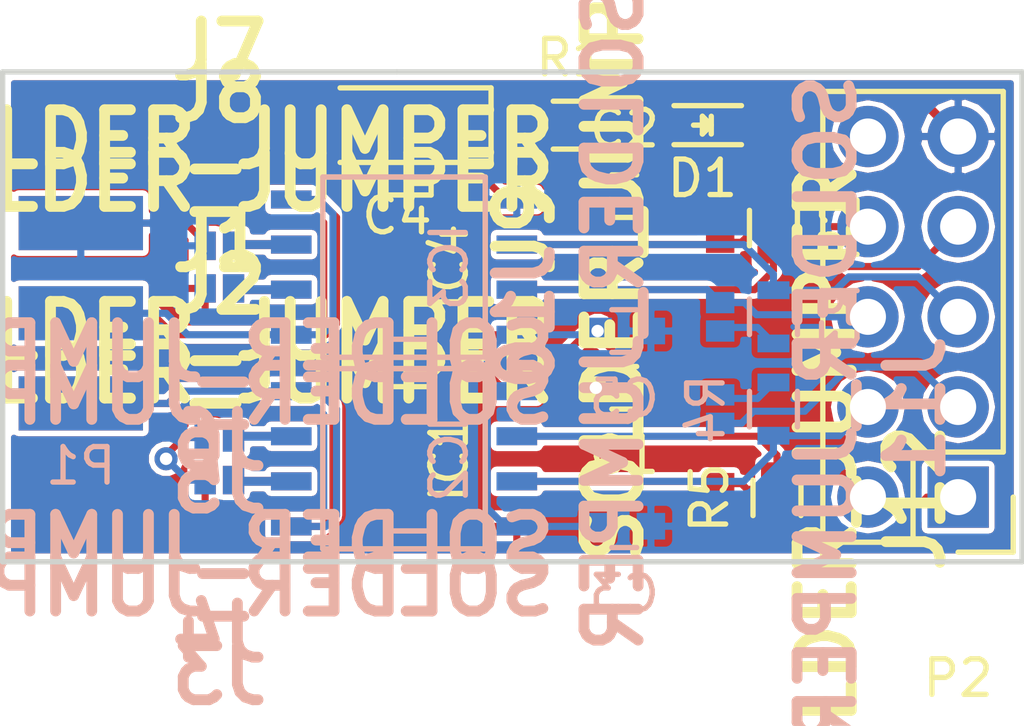
<source format=kicad_pcb>
(kicad_pcb (version 4) (host pcbnew 4.0.2-stable)

  (general
    (links 68)
    (no_connects 3)
    (area 125.889601 84.6896 161.468334 111.710399)
    (thickness 1.6)
    (drawings 5)
    (tracks 169)
    (zones 0)
    (modules 30)
    (nets 28)
  )

  (page A4)
  (layers
    (0 F.Cu signal)
    (31 B.Cu signal)
    (32 B.Adhes user)
    (33 F.Adhes user)
    (34 B.Paste user)
    (35 F.Paste user)
    (36 B.SilkS user)
    (37 F.SilkS user)
    (38 B.Mask user)
    (39 F.Mask user)
    (40 Dwgs.User user)
    (41 Cmts.User user)
    (42 Eco1.User user)
    (43 Eco2.User user)
    (44 Edge.Cuts user)
    (45 Margin user)
    (46 B.CrtYd user)
    (47 F.CrtYd user)
    (48 B.Fab user)
    (49 F.Fab user)
  )

  (setup
    (last_trace_width 0.2)
    (user_trace_width 0.16)
    (user_trace_width 0.2)
    (user_trace_width 0.25)
    (trace_clearance 0.16)
    (zone_clearance 0.16)
    (zone_45_only no)
    (trace_min 0.15)
    (segment_width 0.2)
    (edge_width 0.15)
    (via_size 0.6)
    (via_drill 0.4)
    (via_min_size 0.4)
    (via_min_drill 0.3)
    (user_via 0.65 0.35)
    (uvia_size 0.3)
    (uvia_drill 0.1)
    (uvias_allowed no)
    (uvia_min_size 0.2)
    (uvia_min_drill 0.1)
    (pcb_text_width 0.3)
    (pcb_text_size 1.5 1.5)
    (mod_edge_width 0.15)
    (mod_text_size 1 1)
    (mod_text_width 0.15)
    (pad_size 0.508 1.143)
    (pad_drill 0)
    (pad_to_mask_clearance 0.2)
    (aux_axis_origin 0 0)
    (visible_elements 7FFCFFFF)
    (pcbplotparams
      (layerselection 0x00030_80000001)
      (usegerberextensions false)
      (excludeedgelayer true)
      (linewidth 0.100000)
      (plotframeref false)
      (viasonmask false)
      (mode 1)
      (useauxorigin false)
      (hpglpennumber 1)
      (hpglpenspeed 20)
      (hpglpendiameter 15)
      (hpglpenoverlay 2)
      (psnegative false)
      (psa4output false)
      (plotreference true)
      (plotvalue true)
      (plotinvisibletext false)
      (padsonsilk false)
      (subtractmaskfromsilk false)
      (outputformat 1)
      (mirror false)
      (drillshape 1)
      (scaleselection 1)
      (outputdirectory ""))
  )

  (net 0 "")
  (net 1 +3V3)
  (net 2 GND)
  (net 3 "Net-(D1-Pad2)")
  (net 4 "Net-(IC1-Pad7)")
  (net 5 "Net-(IC1-Pad6)")
  (net 6 SCK)
  (net 7 "Net-(IC1-Pad3)")
  (net 8 "Net-(IC1-Pad2)")
  (net 9 "Net-(IC2-Pad7)")
  (net 10 "Net-(IC2-Pad6)")
  (net 11 MOSI)
  (net 12 "Net-(IC2-Pad3)")
  (net 13 "Net-(IC2-Pad2)")
  (net 14 "Net-(IC3-Pad7)")
  (net 15 "Net-(IC3-Pad6)")
  (net 16 MISO)
  (net 17 "Net-(IC3-Pad3)")
  (net 18 "Net-(IC3-Pad2)")
  (net 19 "Net-(IC4-Pad7)")
  (net 20 "Net-(IC4-Pad6)")
  (net 21 SSEL)
  (net 22 "Net-(IC4-Pad3)")
  (net 23 "Net-(IC4-Pad2)")
  (net 24 "Net-(J9-Pad2)")
  (net 25 "Net-(J10-Pad2)")
  (net 26 "Net-(J11-Pad2)")
  (net 27 "Net-(J12-Pad2)")

  (net_class Default "This is the default net class."
    (clearance 0.16)
    (trace_width 0.2)
    (via_dia 0.6)
    (via_drill 0.4)
    (uvia_dia 0.3)
    (uvia_drill 0.1)
    (add_net +3V3)
    (add_net GND)
    (add_net MISO)
    (add_net MOSI)
    (add_net "Net-(D1-Pad2)")
    (add_net "Net-(IC1-Pad2)")
    (add_net "Net-(IC1-Pad3)")
    (add_net "Net-(IC1-Pad6)")
    (add_net "Net-(IC1-Pad7)")
    (add_net "Net-(IC2-Pad2)")
    (add_net "Net-(IC2-Pad3)")
    (add_net "Net-(IC2-Pad6)")
    (add_net "Net-(IC2-Pad7)")
    (add_net "Net-(IC3-Pad2)")
    (add_net "Net-(IC3-Pad3)")
    (add_net "Net-(IC3-Pad6)")
    (add_net "Net-(IC3-Pad7)")
    (add_net "Net-(IC4-Pad2)")
    (add_net "Net-(IC4-Pad3)")
    (add_net "Net-(IC4-Pad6)")
    (add_net "Net-(IC4-Pad7)")
    (add_net "Net-(J10-Pad2)")
    (add_net "Net-(J11-Pad2)")
    (add_net "Net-(J12-Pad2)")
    (add_net "Net-(J9-Pad2)")
    (add_net SCK)
    (add_net SSEL)
  )

  (module Capacitors_SMD:C_0603 (layer F.Cu) (tedit 5415D631) (tstamp 58416A55)
    (at 147 98.9 180)
    (descr "Capacitor SMD 0603, reflow soldering, AVX (see smccp.pdf)")
    (tags "capacitor 0603")
    (path /5841B139)
    (attr smd)
    (fp_text reference C1 (at 0 -1.9 180) (layer F.SilkS)
      (effects (font (size 1 1) (thickness 0.15)))
    )
    (fp_text value 100nF (at 0 1.9 180) (layer F.Fab)
      (effects (font (size 1 1) (thickness 0.15)))
    )
    (fp_line (start -0.8 0.4) (end -0.8 -0.4) (layer F.Fab) (width 0.15))
    (fp_line (start 0.8 0.4) (end -0.8 0.4) (layer F.Fab) (width 0.15))
    (fp_line (start 0.8 -0.4) (end 0.8 0.4) (layer F.Fab) (width 0.15))
    (fp_line (start -0.8 -0.4) (end 0.8 -0.4) (layer F.Fab) (width 0.15))
    (fp_line (start -1.45 -0.75) (end 1.45 -0.75) (layer F.CrtYd) (width 0.05))
    (fp_line (start -1.45 0.75) (end 1.45 0.75) (layer F.CrtYd) (width 0.05))
    (fp_line (start -1.45 -0.75) (end -1.45 0.75) (layer F.CrtYd) (width 0.05))
    (fp_line (start 1.45 -0.75) (end 1.45 0.75) (layer F.CrtYd) (width 0.05))
    (fp_line (start -0.35 -0.6) (end 0.35 -0.6) (layer F.SilkS) (width 0.15))
    (fp_line (start 0.35 0.6) (end -0.35 0.6) (layer F.SilkS) (width 0.15))
    (pad 1 smd rect (at -0.75 0 180) (size 0.8 0.75) (layers F.Cu F.Paste F.Mask)
      (net 1 +3V3))
    (pad 2 smd rect (at 0.75 0 180) (size 0.8 0.75) (layers F.Cu F.Paste F.Mask)
      (net 2 GND))
    (model Capacitors_SMD.3dshapes/C_0603.wrl
      (at (xyz 0 0 0))
      (scale (xyz 1 1 1))
      (rotate (xyz 0 0 0))
    )
  )

  (module Capacitors_SMD:C_0603 (layer F.Cu) (tedit 5415D631) (tstamp 58416A5B)
    (at 147 93.5)
    (descr "Capacitor SMD 0603, reflow soldering, AVX (see smccp.pdf)")
    (tags "capacitor 0603")
    (path /5841C184)
    (attr smd)
    (fp_text reference C2 (at 0 -1.9) (layer F.SilkS)
      (effects (font (size 1 1) (thickness 0.15)))
    )
    (fp_text value 100nF (at 0 1.9) (layer F.Fab)
      (effects (font (size 1 1) (thickness 0.15)))
    )
    (fp_line (start -0.8 0.4) (end -0.8 -0.4) (layer F.Fab) (width 0.15))
    (fp_line (start 0.8 0.4) (end -0.8 0.4) (layer F.Fab) (width 0.15))
    (fp_line (start 0.8 -0.4) (end 0.8 0.4) (layer F.Fab) (width 0.15))
    (fp_line (start -0.8 -0.4) (end 0.8 -0.4) (layer F.Fab) (width 0.15))
    (fp_line (start -1.45 -0.75) (end 1.45 -0.75) (layer F.CrtYd) (width 0.05))
    (fp_line (start -1.45 0.75) (end 1.45 0.75) (layer F.CrtYd) (width 0.05))
    (fp_line (start -1.45 -0.75) (end -1.45 0.75) (layer F.CrtYd) (width 0.05))
    (fp_line (start 1.45 -0.75) (end 1.45 0.75) (layer F.CrtYd) (width 0.05))
    (fp_line (start -0.35 -0.6) (end 0.35 -0.6) (layer F.SilkS) (width 0.15))
    (fp_line (start 0.35 0.6) (end -0.35 0.6) (layer F.SilkS) (width 0.15))
    (pad 1 smd rect (at -0.75 0) (size 0.8 0.75) (layers F.Cu F.Paste F.Mask)
      (net 1 +3V3))
    (pad 2 smd rect (at 0.75 0) (size 0.8 0.75) (layers F.Cu F.Paste F.Mask)
      (net 2 GND))
    (model Capacitors_SMD.3dshapes/C_0603.wrl
      (at (xyz 0 0 0))
      (scale (xyz 1 1 1))
      (rotate (xyz 0 0 0))
    )
  )

  (module Capacitors_SMD:C_0603 (layer B.Cu) (tedit 5415D631) (tstamp 58416A61)
    (at 147 102.8)
    (descr "Capacitor SMD 0603, reflow soldering, AVX (see smccp.pdf)")
    (tags "capacitor 0603")
    (path /5841C1C5)
    (attr smd)
    (fp_text reference C3 (at 0 1.9) (layer B.SilkS)
      (effects (font (size 1 1) (thickness 0.15)) (justify mirror))
    )
    (fp_text value 100nF (at 0 -1.9) (layer B.Fab)
      (effects (font (size 1 1) (thickness 0.15)) (justify mirror))
    )
    (fp_line (start -0.8 -0.4) (end -0.8 0.4) (layer B.Fab) (width 0.15))
    (fp_line (start 0.8 -0.4) (end -0.8 -0.4) (layer B.Fab) (width 0.15))
    (fp_line (start 0.8 0.4) (end 0.8 -0.4) (layer B.Fab) (width 0.15))
    (fp_line (start -0.8 0.4) (end 0.8 0.4) (layer B.Fab) (width 0.15))
    (fp_line (start -1.45 0.75) (end 1.45 0.75) (layer B.CrtYd) (width 0.05))
    (fp_line (start -1.45 -0.75) (end 1.45 -0.75) (layer B.CrtYd) (width 0.05))
    (fp_line (start -1.45 0.75) (end -1.45 -0.75) (layer B.CrtYd) (width 0.05))
    (fp_line (start 1.45 0.75) (end 1.45 -0.75) (layer B.CrtYd) (width 0.05))
    (fp_line (start -0.35 0.6) (end 0.35 0.6) (layer B.SilkS) (width 0.15))
    (fp_line (start 0.35 -0.6) (end -0.35 -0.6) (layer B.SilkS) (width 0.15))
    (pad 1 smd rect (at -0.75 0) (size 0.8 0.75) (layers B.Cu B.Paste B.Mask)
      (net 1 +3V3))
    (pad 2 smd rect (at 0.75 0) (size 0.8 0.75) (layers B.Cu B.Paste B.Mask)
      (net 2 GND))
    (model Capacitors_SMD.3dshapes/C_0603.wrl
      (at (xyz 0 0 0))
      (scale (xyz 1 1 1))
      (rotate (xyz 0 0 0))
    )
  )

  (module Capacitors_Tantalum_SMD:Tantalum_Case-A_EIA-3216-18_Reflow (layer F.Cu) (tedit 57B6E980) (tstamp 58416A67)
    (at 140.6 91.5 180)
    (descr "Tantalum capacitor, Case A, EIA 3216-18, 3.2x1.6x1.6mm, Reflow soldering footprint")
    (tags "capacitor tantalum smd")
    (path /5841B08E)
    (attr smd)
    (fp_text reference C4 (at 0 -2.55 180) (layer F.SilkS)
      (effects (font (size 1 1) (thickness 0.15)))
    )
    (fp_text value 10uF (at 0 2.55 180) (layer F.Fab)
      (effects (font (size 1 1) (thickness 0.15)))
    )
    (fp_line (start -2.75 -1.2) (end -2.75 1.2) (layer F.CrtYd) (width 0.05))
    (fp_line (start -2.75 1.2) (end 2.75 1.2) (layer F.CrtYd) (width 0.05))
    (fp_line (start 2.75 1.2) (end 2.75 -1.2) (layer F.CrtYd) (width 0.05))
    (fp_line (start 2.75 -1.2) (end -2.75 -1.2) (layer F.CrtYd) (width 0.05))
    (fp_line (start -1.6 -0.8) (end -1.6 0.8) (layer F.Fab) (width 0.15))
    (fp_line (start -1.6 0.8) (end 1.6 0.8) (layer F.Fab) (width 0.15))
    (fp_line (start 1.6 0.8) (end 1.6 -0.8) (layer F.Fab) (width 0.15))
    (fp_line (start 1.6 -0.8) (end -1.6 -0.8) (layer F.Fab) (width 0.15))
    (fp_line (start -1.28 -0.8) (end -1.28 0.8) (layer F.Fab) (width 0.15))
    (fp_line (start -1.12 -0.8) (end -1.12 0.8) (layer F.Fab) (width 0.15))
    (fp_line (start -2.65 -1.05) (end 1.6 -1.05) (layer F.SilkS) (width 0.15))
    (fp_line (start -2.65 1.05) (end 1.6 1.05) (layer F.SilkS) (width 0.15))
    (fp_line (start -2.65 -1.05) (end -2.65 1.05) (layer F.SilkS) (width 0.15))
    (pad 1 smd rect (at -1.375 0 180) (size 1.95 1.5) (layers F.Cu F.Paste F.Mask)
      (net 1 +3V3))
    (pad 2 smd rect (at 1.375 0 180) (size 1.95 1.5) (layers F.Cu F.Paste F.Mask)
      (net 2 GND))
    (model Capacitors_Tantalum_SMD.3dshapes/Tantalum_Case-A_EIA-3216-18.wrl
      (at (xyz 0 0 0))
      (scale (xyz 1 1 1))
      (rotate (xyz 0 0 0))
    )
  )

  (module Capacitors_SMD:C_0603 (layer B.Cu) (tedit 5415D631) (tstamp 58416A6D)
    (at 147 97.3)
    (descr "Capacitor SMD 0603, reflow soldering, AVX (see smccp.pdf)")
    (tags "capacitor 0603")
    (path /5841C209)
    (attr smd)
    (fp_text reference C5 (at 0 1.9) (layer B.SilkS)
      (effects (font (size 1 1) (thickness 0.15)) (justify mirror))
    )
    (fp_text value 100nF (at 0 -1.9) (layer B.Fab)
      (effects (font (size 1 1) (thickness 0.15)) (justify mirror))
    )
    (fp_line (start -0.8 -0.4) (end -0.8 0.4) (layer B.Fab) (width 0.15))
    (fp_line (start 0.8 -0.4) (end -0.8 -0.4) (layer B.Fab) (width 0.15))
    (fp_line (start 0.8 0.4) (end 0.8 -0.4) (layer B.Fab) (width 0.15))
    (fp_line (start -0.8 0.4) (end 0.8 0.4) (layer B.Fab) (width 0.15))
    (fp_line (start -1.45 0.75) (end 1.45 0.75) (layer B.CrtYd) (width 0.05))
    (fp_line (start -1.45 -0.75) (end 1.45 -0.75) (layer B.CrtYd) (width 0.05))
    (fp_line (start -1.45 0.75) (end -1.45 -0.75) (layer B.CrtYd) (width 0.05))
    (fp_line (start 1.45 0.75) (end 1.45 -0.75) (layer B.CrtYd) (width 0.05))
    (fp_line (start -0.35 0.6) (end 0.35 0.6) (layer B.SilkS) (width 0.15))
    (fp_line (start 0.35 -0.6) (end -0.35 -0.6) (layer B.SilkS) (width 0.15))
    (pad 1 smd rect (at -0.75 0) (size 0.8 0.75) (layers B.Cu B.Paste B.Mask)
      (net 1 +3V3))
    (pad 2 smd rect (at 0.75 0) (size 0.8 0.75) (layers B.Cu B.Paste B.Mask)
      (net 2 GND))
    (model Capacitors_SMD.3dshapes/C_0603.wrl
      (at (xyz 0 0 0))
      (scale (xyz 1 1 1))
      (rotate (xyz 0 0 0))
    )
  )

  (module LEDs:LED_0603 (layer F.Cu) (tedit 55BDE255) (tstamp 58416A73)
    (at 149.2 91.5 180)
    (descr "LED 0603 smd package")
    (tags "LED led 0603 SMD smd SMT smt smdled SMDLED smtled SMTLED")
    (path /5841B1E2)
    (attr smd)
    (fp_text reference D1 (at 0 -1.5 180) (layer F.SilkS)
      (effects (font (size 1 1) (thickness 0.15)))
    )
    (fp_text value RED_LED (at 0 1.5 180) (layer F.Fab)
      (effects (font (size 1 1) (thickness 0.15)))
    )
    (fp_line (start -0.3 -0.2) (end -0.3 0.2) (layer F.Fab) (width 0.15))
    (fp_line (start -0.2 0) (end 0.1 -0.2) (layer F.Fab) (width 0.15))
    (fp_line (start 0.1 0.2) (end -0.2 0) (layer F.Fab) (width 0.15))
    (fp_line (start 0.1 -0.2) (end 0.1 0.2) (layer F.Fab) (width 0.15))
    (fp_line (start 0.8 0.4) (end -0.8 0.4) (layer F.Fab) (width 0.15))
    (fp_line (start 0.8 -0.4) (end 0.8 0.4) (layer F.Fab) (width 0.15))
    (fp_line (start -0.8 -0.4) (end 0.8 -0.4) (layer F.Fab) (width 0.15))
    (fp_line (start -0.8 0.4) (end -0.8 -0.4) (layer F.Fab) (width 0.15))
    (fp_line (start -1.1 0.55) (end 0.8 0.55) (layer F.SilkS) (width 0.15))
    (fp_line (start -1.1 -0.55) (end 0.8 -0.55) (layer F.SilkS) (width 0.15))
    (fp_line (start -0.2 0) (end 0.25 0) (layer F.SilkS) (width 0.15))
    (fp_line (start -0.25 -0.25) (end -0.25 0.25) (layer F.SilkS) (width 0.15))
    (fp_line (start -0.25 0) (end 0 -0.25) (layer F.SilkS) (width 0.15))
    (fp_line (start 0 -0.25) (end 0 0.25) (layer F.SilkS) (width 0.15))
    (fp_line (start 0 0.25) (end -0.25 0) (layer F.SilkS) (width 0.15))
    (fp_line (start 1.4 -0.75) (end 1.4 0.75) (layer F.CrtYd) (width 0.05))
    (fp_line (start 1.4 0.75) (end -1.4 0.75) (layer F.CrtYd) (width 0.05))
    (fp_line (start -1.4 0.75) (end -1.4 -0.75) (layer F.CrtYd) (width 0.05))
    (fp_line (start -1.4 -0.75) (end 1.4 -0.75) (layer F.CrtYd) (width 0.05))
    (pad 2 smd rect (at 0.7493 0) (size 0.79756 0.79756) (layers F.Cu F.Paste F.Mask)
      (net 3 "Net-(D1-Pad2)"))
    (pad 1 smd rect (at -0.7493 0) (size 0.79756 0.79756) (layers F.Cu F.Paste F.Mask)
      (net 2 GND))
    (model LEDs.3dshapes/LED_0603.wrl
      (at (xyz 0 0 0))
      (scale (xyz 1 1 1))
      (rotate (xyz 0 0 180))
    )
  )

  (module SMD_Packages:SOIC-8-N (layer F.Cu) (tedit 5890382E) (tstamp 58416A7F)
    (at 140.8 100.9 270)
    (descr "Module Narrow CMS SOJ 8 pins large")
    (tags "CMS SOJ")
    (path /58416E42)
    (attr smd)
    (fp_text reference IC1 (at 0 -1.27 270) (layer F.SilkS)
      (effects (font (size 1 1) (thickness 0.15)))
    )
    (fp_text value SN65LVDM176 (at 0 1.27 270) (layer F.Fab)
      (effects (font (size 1 1) (thickness 0.15)))
    )
    (fp_line (start -2.54 -2.286) (end 2.54 -2.286) (layer F.SilkS) (width 0.15))
    (fp_line (start 2.54 -2.286) (end 2.54 2.286) (layer F.SilkS) (width 0.15))
    (fp_line (start 2.54 2.286) (end -2.54 2.286) (layer F.SilkS) (width 0.15))
    (fp_line (start -2.54 2.286) (end -2.54 -2.286) (layer F.SilkS) (width 0.15))
    (fp_line (start -2.54 -0.762) (end -2.032 -0.762) (layer F.SilkS) (width 0.15))
    (fp_line (start -2.032 -0.762) (end -2.032 0.508) (layer F.SilkS) (width 0.15))
    (fp_line (start -2.032 0.508) (end -2.54 0.508) (layer F.SilkS) (width 0.15))
    (pad 8 smd rect (at -1.905 -3.175 270) (size 0.508 1.143) (layers F.Cu F.Paste F.Mask)
      (net 1 +3V3))
    (pad 7 smd rect (at -0.635 -3.175 270) (size 0.508 1.143) (layers F.Cu F.Paste F.Mask)
      (net 4 "Net-(IC1-Pad7)"))
    (pad 6 smd rect (at 0.635 -3.175 270) (size 0.508 1.143) (layers F.Cu F.Paste F.Mask)
      (net 5 "Net-(IC1-Pad6)"))
    (pad 5 smd rect (at 1.905 -3.175 270) (size 0.508 1.143) (layers F.Cu F.Paste F.Mask)
      (net 2 GND))
    (pad 4 smd rect (at 1.905 3.175 270) (size 0.508 1.143) (layers F.Cu F.Paste F.Mask)
      (net 21 SSEL))
    (pad 3 smd rect (at 0.635 3.175 270) (size 0.508 1.143) (layers F.Cu F.Paste F.Mask)
      (net 7 "Net-(IC1-Pad3)"))
    (pad 2 smd rect (at -0.635 3.175 270) (size 0.508 1.143) (layers F.Cu F.Paste F.Mask)
      (net 8 "Net-(IC1-Pad2)"))
    (pad 1 smd rect (at -1.905 3.175 270) (size 0.508 1.143) (layers F.Cu F.Paste F.Mask)
      (net 21 SSEL))
    (model SMD_Packages.3dshapes/SOIC-8-N.wrl
      (at (xyz 0 0 0))
      (scale (xyz 0.5 0.38 0.5))
      (rotate (xyz 0 0 0))
    )
  )

  (module SMD_Packages:SOIC-8-N (layer B.Cu) (tedit 589038D4) (tstamp 58416A8B)
    (at 140.8 100.9 90)
    (descr "Module Narrow CMS SOJ 8 pins large")
    (tags "CMS SOJ")
    (path /58416E08)
    (attr smd)
    (fp_text reference IC2 (at 0 1.27 90) (layer B.SilkS)
      (effects (font (size 1 1) (thickness 0.15)) (justify mirror))
    )
    (fp_text value SN65LVDM176 (at 0 -1.27 90) (layer B.Fab)
      (effects (font (size 1 1) (thickness 0.15)) (justify mirror))
    )
    (fp_line (start -2.54 2.286) (end 2.54 2.286) (layer B.SilkS) (width 0.15))
    (fp_line (start 2.54 2.286) (end 2.54 -2.286) (layer B.SilkS) (width 0.15))
    (fp_line (start 2.54 -2.286) (end -2.54 -2.286) (layer B.SilkS) (width 0.15))
    (fp_line (start -2.54 -2.286) (end -2.54 2.286) (layer B.SilkS) (width 0.15))
    (fp_line (start -2.54 0.762) (end -2.032 0.762) (layer B.SilkS) (width 0.15))
    (fp_line (start -2.032 0.762) (end -2.032 -0.508) (layer B.SilkS) (width 0.15))
    (fp_line (start -2.032 -0.508) (end -2.54 -0.508) (layer B.SilkS) (width 0.15))
    (pad 8 smd rect (at -1.905 3.175 90) (size 0.508 1.143) (layers B.Cu B.Paste B.Mask)
      (net 1 +3V3))
    (pad 7 smd rect (at -0.635 3.175 90) (size 0.508 1.143) (layers B.Cu B.Paste B.Mask)
      (net 9 "Net-(IC2-Pad7)"))
    (pad 6 smd rect (at 0.635 3.175 90) (size 0.508 1.143) (layers B.Cu B.Paste B.Mask)
      (net 10 "Net-(IC2-Pad6)"))
    (pad 5 smd rect (at 1.905 3.175 90) (size 0.508 1.143) (layers B.Cu B.Paste B.Mask)
      (net 2 GND))
    (pad 4 smd rect (at 1.905 -3.175 90) (size 0.508 1.143) (layers B.Cu B.Paste B.Mask)
      (net 16 MISO))
    (pad 3 smd rect (at 0.635 -3.175 90) (size 0.508 1.143) (layers B.Cu B.Paste B.Mask)
      (net 12 "Net-(IC2-Pad3)"))
    (pad 2 smd rect (at -0.635 -3.175 90) (size 0.508 1.143) (layers B.Cu B.Paste B.Mask)
      (net 13 "Net-(IC2-Pad2)"))
    (pad 1 smd rect (at -1.905 -3.175 90) (size 0.508 1.143) (layers B.Cu B.Paste B.Mask)
      (net 16 MISO))
    (model SMD_Packages.3dshapes/SOIC-8-N.wrl
      (at (xyz 0 0 0))
      (scale (xyz 0.5 0.38 0.5))
      (rotate (xyz 0 0 0))
    )
  )

  (module SMD_Packages:SOIC-8-N (layer B.Cu) (tedit 589038C9) (tstamp 58416A97)
    (at 140.8 95.5 90)
    (descr "Module Narrow CMS SOJ 8 pins large")
    (tags "CMS SOJ")
    (path /58416DD3)
    (attr smd)
    (fp_text reference IC3 (at 0 1.27 90) (layer B.SilkS)
      (effects (font (size 1 1) (thickness 0.15)) (justify mirror))
    )
    (fp_text value SN65LVDM176 (at 0 -1.27 90) (layer B.Fab)
      (effects (font (size 1 1) (thickness 0.15)) (justify mirror))
    )
    (fp_line (start -2.54 2.286) (end 2.54 2.286) (layer B.SilkS) (width 0.15))
    (fp_line (start 2.54 2.286) (end 2.54 -2.286) (layer B.SilkS) (width 0.15))
    (fp_line (start 2.54 -2.286) (end -2.54 -2.286) (layer B.SilkS) (width 0.15))
    (fp_line (start -2.54 -2.286) (end -2.54 2.286) (layer B.SilkS) (width 0.15))
    (fp_line (start -2.54 0.762) (end -2.032 0.762) (layer B.SilkS) (width 0.15))
    (fp_line (start -2.032 0.762) (end -2.032 -0.508) (layer B.SilkS) (width 0.15))
    (fp_line (start -2.032 -0.508) (end -2.54 -0.508) (layer B.SilkS) (width 0.15))
    (pad 8 smd rect (at -1.905 3.175 90) (size 0.508 1.143) (layers B.Cu B.Paste B.Mask)
      (net 1 +3V3))
    (pad 7 smd rect (at -0.635 3.175 90) (size 0.508 1.143) (layers B.Cu B.Paste B.Mask)
      (net 14 "Net-(IC3-Pad7)"))
    (pad 6 smd rect (at 0.635 3.175 90) (size 0.508 1.143) (layers B.Cu B.Paste B.Mask)
      (net 15 "Net-(IC3-Pad6)"))
    (pad 5 smd rect (at 1.905 3.175 90) (size 0.508 1.143) (layers B.Cu B.Paste B.Mask)
      (net 2 GND))
    (pad 4 smd rect (at 1.905 -3.175 90) (size 0.508 1.143) (layers B.Cu B.Paste B.Mask)
      (net 11 MOSI))
    (pad 3 smd rect (at 0.635 -3.175 90) (size 0.508 1.143) (layers B.Cu B.Paste B.Mask)
      (net 17 "Net-(IC3-Pad3)"))
    (pad 2 smd rect (at -0.635 -3.175 90) (size 0.508 1.143) (layers B.Cu B.Paste B.Mask)
      (net 18 "Net-(IC3-Pad2)"))
    (pad 1 smd rect (at -1.905 -3.175 90) (size 0.508 1.143) (layers B.Cu B.Paste B.Mask)
      (net 11 MOSI))
    (model SMD_Packages.3dshapes/SOIC-8-N.wrl
      (at (xyz 0 0 0))
      (scale (xyz 0.5 0.38 0.5))
      (rotate (xyz 0 0 0))
    )
  )

  (module SMD_Packages:SOIC-8-N (layer F.Cu) (tedit 58903838) (tstamp 58416AA3)
    (at 140.8 95.5 270)
    (descr "Module Narrow CMS SOJ 8 pins large")
    (tags "CMS SOJ")
    (path /58416A13)
    (attr smd)
    (fp_text reference IC4 (at 0 -1.27 270) (layer F.SilkS)
      (effects (font (size 1 1) (thickness 0.15)))
    )
    (fp_text value SN65LVDM176 (at 0 1.27 270) (layer F.Fab)
      (effects (font (size 1 1) (thickness 0.15)))
    )
    (fp_line (start -2.54 -2.286) (end 2.54 -2.286) (layer F.SilkS) (width 0.15))
    (fp_line (start 2.54 -2.286) (end 2.54 2.286) (layer F.SilkS) (width 0.15))
    (fp_line (start 2.54 2.286) (end -2.54 2.286) (layer F.SilkS) (width 0.15))
    (fp_line (start -2.54 2.286) (end -2.54 -2.286) (layer F.SilkS) (width 0.15))
    (fp_line (start -2.54 -0.762) (end -2.032 -0.762) (layer F.SilkS) (width 0.15))
    (fp_line (start -2.032 -0.762) (end -2.032 0.508) (layer F.SilkS) (width 0.15))
    (fp_line (start -2.032 0.508) (end -2.54 0.508) (layer F.SilkS) (width 0.15))
    (pad 8 smd rect (at -1.905 -3.175 270) (size 0.508 1.143) (layers F.Cu F.Paste F.Mask)
      (net 1 +3V3))
    (pad 7 smd rect (at -0.635 -3.175 270) (size 0.508 1.143) (layers F.Cu F.Paste F.Mask)
      (net 19 "Net-(IC4-Pad7)"))
    (pad 6 smd rect (at 0.635 -3.175 270) (size 0.508 1.143) (layers F.Cu F.Paste F.Mask)
      (net 20 "Net-(IC4-Pad6)"))
    (pad 5 smd rect (at 1.905 -3.175 270) (size 0.508 1.143) (layers F.Cu F.Paste F.Mask)
      (net 2 GND))
    (pad 4 smd rect (at 1.905 3.175 270) (size 0.508 1.143) (layers F.Cu F.Paste F.Mask)
      (net 6 SCK))
    (pad 3 smd rect (at 0.635 3.175 270) (size 0.508 1.143) (layers F.Cu F.Paste F.Mask)
      (net 22 "Net-(IC4-Pad3)"))
    (pad 2 smd rect (at -0.635 3.175 270) (size 0.508 1.143) (layers F.Cu F.Paste F.Mask)
      (net 23 "Net-(IC4-Pad2)"))
    (pad 1 smd rect (at -1.905 3.175 270) (size 0.508 1.143) (layers F.Cu F.Paste F.Mask)
      (net 6 SCK))
    (model SMD_Packages.3dshapes/SOIC-8-N.wrl
      (at (xyz 0 0 0))
      (scale (xyz 0.5 0.38 0.5))
      (rotate (xyz 0 0 0))
    )
  )

  (module LercheTech:Lerche_2PsolderJumper (layer F.Cu) (tedit 52E913BE) (tstamp 58416AA9)
    (at 135.6 100.3)
    (path /58419CBA)
    (fp_text reference J1 (at 0 -5.4991) (layer F.SilkS)
      (effects (font (thickness 0.3048)))
    )
    (fp_text value SOLDER_JUMPER (at 0 -2.99974) (layer F.SilkS)
      (effects (font (thickness 0.3048)))
    )
    (pad 1 smd rect (at -0.4 0) (size 0.6 0.8) (layers F.Cu F.Paste F.Mask)
      (net 1 +3V3))
    (pad 2 smd rect (at 0.3 0) (size 0.6 0.8) (drill (offset 0.1 0)) (layers F.Cu F.Paste F.Mask)
      (net 8 "Net-(IC1-Pad2)"))
  )

  (module LercheTech:Lerche_2PsolderJumper (layer F.Cu) (tedit 52E913BE) (tstamp 58416AAF)
    (at 135.6 101.5)
    (path /58419D31)
    (fp_text reference J2 (at 0 -5.4991) (layer F.SilkS)
      (effects (font (thickness 0.3048)))
    )
    (fp_text value SOLDER_JUMPER (at 0 -2.99974) (layer F.SilkS)
      (effects (font (thickness 0.3048)))
    )
    (pad 1 smd rect (at -0.4 0) (size 0.6 0.8) (layers F.Cu F.Paste F.Mask)
      (net 2 GND))
    (pad 2 smd rect (at 0.3 0) (size 0.6 0.8) (drill (offset 0.1 0)) (layers F.Cu F.Paste F.Mask)
      (net 7 "Net-(IC1-Pad3)"))
  )

  (module LercheTech:Lerche_2PsolderJumper (layer B.Cu) (tedit 52E913BE) (tstamp 58416AB5)
    (at 135.6 101.5)
    (path /58419D4B)
    (fp_text reference J3 (at 0 5.4991) (layer B.SilkS)
      (effects (font (thickness 0.3048)) (justify mirror))
    )
    (fp_text value SOLDER_JUMPER (at 0 2.99974) (layer B.SilkS)
      (effects (font (thickness 0.3048)) (justify mirror))
    )
    (pad 1 smd rect (at -0.4 0) (size 0.6 0.8) (layers B.Cu B.Paste B.Mask)
      (net 1 +3V3))
    (pad 2 smd rect (at 0.3 0) (size 0.6 0.8) (drill (offset 0.1 0)) (layers B.Cu B.Paste B.Mask)
      (net 13 "Net-(IC2-Pad2)"))
  )

  (module LercheTech:Lerche_2PsolderJumper (layer B.Cu) (tedit 52E913BE) (tstamp 58416ABB)
    (at 135.6 100.3)
    (path /58419D65)
    (fp_text reference J4 (at 0 5.4991) (layer B.SilkS)
      (effects (font (thickness 0.3048)) (justify mirror))
    )
    (fp_text value SOLDER_JUMPER (at 0 2.99974) (layer B.SilkS)
      (effects (font (thickness 0.3048)) (justify mirror))
    )
    (pad 1 smd rect (at -0.4 0) (size 0.6 0.8) (layers B.Cu B.Paste B.Mask)
      (net 2 GND))
    (pad 2 smd rect (at 0.3 0) (size 0.6 0.8) (drill (offset 0.1 0)) (layers B.Cu B.Paste B.Mask)
      (net 12 "Net-(IC2-Pad3)"))
  )

  (module LercheTech:Lerche_2PsolderJumper (layer B.Cu) (tedit 52E913BE) (tstamp 58416AC1)
    (at 135.6 96.1)
    (path /58419DE3)
    (fp_text reference J5 (at 0 5.4991) (layer B.SilkS)
      (effects (font (thickness 0.3048)) (justify mirror))
    )
    (fp_text value SOLDER_JUMPER (at 0 2.99974) (layer B.SilkS)
      (effects (font (thickness 0.3048)) (justify mirror))
    )
    (pad 1 smd rect (at -0.4 0) (size 0.6 0.8) (layers B.Cu B.Paste B.Mask)
      (net 1 +3V3))
    (pad 2 smd rect (at 0.3 0) (size 0.6 0.8) (drill (offset 0.1 0)) (layers B.Cu B.Paste B.Mask)
      (net 18 "Net-(IC3-Pad2)"))
  )

  (module LercheTech:Lerche_2PsolderJumper (layer B.Cu) (tedit 52E913BE) (tstamp 58416AC7)
    (at 135.6 94.9)
    (path /58419DFD)
    (fp_text reference J6 (at 0 5.4991) (layer B.SilkS)
      (effects (font (thickness 0.3048)) (justify mirror))
    )
    (fp_text value SOLDER_JUMPER (at 0 2.99974) (layer B.SilkS)
      (effects (font (thickness 0.3048)) (justify mirror))
    )
    (pad 1 smd rect (at -0.4 0) (size 0.6 0.8) (layers B.Cu B.Paste B.Mask)
      (net 2 GND))
    (pad 2 smd rect (at 0.3 0) (size 0.6 0.8) (drill (offset 0.1 0)) (layers B.Cu B.Paste B.Mask)
      (net 17 "Net-(IC3-Pad3)"))
  )

  (module LercheTech:Lerche_2PsolderJumper (layer F.Cu) (tedit 52E913BE) (tstamp 58416ACD)
    (at 135.6 94.9)
    (path /58419E17)
    (fp_text reference J7 (at 0 -5.4991) (layer F.SilkS)
      (effects (font (thickness 0.3048)))
    )
    (fp_text value SOLDER_JUMPER (at 0 -2.99974) (layer F.SilkS)
      (effects (font (thickness 0.3048)))
    )
    (pad 1 smd rect (at -0.4 0) (size 0.6 0.8) (layers F.Cu F.Paste F.Mask)
      (net 1 +3V3))
    (pad 2 smd rect (at 0.3 0) (size 0.6 0.8) (drill (offset 0.1 0)) (layers F.Cu F.Paste F.Mask)
      (net 23 "Net-(IC4-Pad2)"))
  )

  (module LercheTech:Lerche_2PsolderJumper (layer F.Cu) (tedit 52E913BE) (tstamp 58416AD3)
    (at 135.6 96.1)
    (path /58419E59)
    (fp_text reference J8 (at 0 -5.4991) (layer F.SilkS)
      (effects (font (thickness 0.3048)))
    )
    (fp_text value SOLDER_JUMPER (at 0 -2.99974) (layer F.SilkS)
      (effects (font (thickness 0.3048)))
    )
    (pad 1 smd rect (at -0.4 0) (size 0.6 0.8) (layers F.Cu F.Paste F.Mask)
      (net 2 GND))
    (pad 2 smd rect (at 0.3 0) (size 0.6 0.8) (drill (offset 0.1 0)) (layers F.Cu F.Paste F.Mask)
      (net 22 "Net-(IC4-Pad3)"))
  )

  (module LercheTech:Lerche_2PsolderJumper (layer F.Cu) (tedit 52E913BE) (tstamp 58416AD9)
    (at 149.7 94.4 90)
    (path /5841D2E2)
    (fp_text reference J9 (at 0 -5.4991 90) (layer F.SilkS)
      (effects (font (thickness 0.3048)))
    )
    (fp_text value SOLDER_JUMPER (at 0 -2.99974 90) (layer F.SilkS)
      (effects (font (thickness 0.3048)))
    )
    (pad 1 smd rect (at -0.4 0 90) (size 0.6 0.8) (layers F.Cu F.Paste F.Mask)
      (net 19 "Net-(IC4-Pad7)"))
    (pad 2 smd rect (at 0.3 0 90) (size 0.6 0.8) (drill (offset 0.1 0)) (layers F.Cu F.Paste F.Mask)
      (net 24 "Net-(J9-Pad2)"))
  )

  (module LercheTech:Lerche_2PsolderJumper (layer B.Cu) (tedit 52E913BE) (tstamp 58416ADF)
    (at 149.7 96.9 270)
    (path /5841D4B4)
    (fp_text reference J10 (at 0 5.4991 270) (layer B.SilkS)
      (effects (font (thickness 0.3048)) (justify mirror))
    )
    (fp_text value SOLDER_JUMPER (at 0 2.99974 270) (layer B.SilkS)
      (effects (font (thickness 0.3048)) (justify mirror))
    )
    (pad 1 smd rect (at -0.4 0 270) (size 0.6 0.8) (layers B.Cu B.Paste B.Mask)
      (net 14 "Net-(IC3-Pad7)"))
    (pad 2 smd rect (at 0.3 0 270) (size 0.6 0.8) (drill (offset 0.1 0)) (layers B.Cu B.Paste B.Mask)
      (net 25 "Net-(J10-Pad2)"))
  )

  (module LercheTech:Lerche_2PsolderJumper (layer B.Cu) (tedit 52E913BE) (tstamp 58416AE5)
    (at 149.7 99.5 90)
    (path /5841D4E6)
    (fp_text reference J11 (at 0 5.4991 90) (layer B.SilkS)
      (effects (font (thickness 0.3048)) (justify mirror))
    )
    (fp_text value SOLDER_JUMPER (at 0 2.99974 90) (layer B.SilkS)
      (effects (font (thickness 0.3048)) (justify mirror))
    )
    (pad 1 smd rect (at -0.4 0 90) (size 0.6 0.8) (layers B.Cu B.Paste B.Mask)
      (net 10 "Net-(IC2-Pad6)"))
    (pad 2 smd rect (at 0.3 0 90) (size 0.6 0.8) (drill (offset 0.1 0)) (layers B.Cu B.Paste B.Mask)
      (net 26 "Net-(J11-Pad2)"))
  )

  (module LercheTech:Lerche_2PsolderJumper (layer F.Cu) (tedit 588B2FD4) (tstamp 58416AEB)
    (at 149.7 102 270)
    (path /5841D518)
    (fp_text reference J12 (at 0 -5.4991 270) (layer F.SilkS)
      (effects (font (thickness 0.3048)))
    )
    (fp_text value SOLDER_JUMPER (at 0 -2.99974 270) (layer F.SilkS)
      (effects (font (thickness 0.3048)))
    )
    (pad 1 smd rect (at -0.4 0 270) (size 0.6 0.8) (layers F.Cu F.Paste F.Mask)
      (net 5 "Net-(IC1-Pad6)"))
    (pad 2 smd rect (at 0.3 0 270) (size 0.6 0.8) (drill (offset 0.1 0)) (layers F.Cu F.Paste F.Mask)
      (net 27 "Net-(J12-Pad2)"))
  )

  (module Pin_Headers:Pin_Header_Straight_2x05 (layer F.Cu) (tedit 0) (tstamp 58416B03)
    (at 156.4 101.98 180)
    (descr "Through hole pin header")
    (tags "pin header")
    (path /5841A7B7)
    (fp_text reference P2 (at 0 -5.1 180) (layer F.SilkS)
      (effects (font (size 1 1) (thickness 0.15)))
    )
    (fp_text value CONN_02X05 (at 0 -3.1 180) (layer F.Fab)
      (effects (font (size 1 1) (thickness 0.15)))
    )
    (fp_line (start -1.75 -1.75) (end -1.75 11.95) (layer F.CrtYd) (width 0.05))
    (fp_line (start 4.3 -1.75) (end 4.3 11.95) (layer F.CrtYd) (width 0.05))
    (fp_line (start -1.75 -1.75) (end 4.3 -1.75) (layer F.CrtYd) (width 0.05))
    (fp_line (start -1.75 11.95) (end 4.3 11.95) (layer F.CrtYd) (width 0.05))
    (fp_line (start 3.81 -1.27) (end 3.81 11.43) (layer F.SilkS) (width 0.15))
    (fp_line (start 3.81 11.43) (end -1.27 11.43) (layer F.SilkS) (width 0.15))
    (fp_line (start -1.27 11.43) (end -1.27 1.27) (layer F.SilkS) (width 0.15))
    (fp_line (start 3.81 -1.27) (end 1.27 -1.27) (layer F.SilkS) (width 0.15))
    (fp_line (start 0 -1.55) (end -1.55 -1.55) (layer F.SilkS) (width 0.15))
    (fp_line (start 1.27 -1.27) (end 1.27 1.27) (layer F.SilkS) (width 0.15))
    (fp_line (start 1.27 1.27) (end -1.27 1.27) (layer F.SilkS) (width 0.15))
    (fp_line (start -1.55 -1.55) (end -1.55 0) (layer F.SilkS) (width 0.15))
    (pad 1 thru_hole rect (at 0 0 180) (size 1.7272 1.7272) (drill 1.016) (layers *.Cu *.Mask)
      (net 5 "Net-(IC1-Pad6)"))
    (pad 2 thru_hole oval (at 2.54 0 180) (size 1.7272 1.7272) (drill 1.016) (layers *.Cu *.Mask)
      (net 4 "Net-(IC1-Pad7)"))
    (pad 3 thru_hole oval (at 0 2.54 180) (size 1.7272 1.7272) (drill 1.016) (layers *.Cu *.Mask)
      (net 10 "Net-(IC2-Pad6)"))
    (pad 4 thru_hole oval (at 2.54 2.54 180) (size 1.7272 1.7272) (drill 1.016) (layers *.Cu *.Mask)
      (net 9 "Net-(IC2-Pad7)"))
    (pad 5 thru_hole oval (at 0 5.08 180) (size 1.7272 1.7272) (drill 1.016) (layers *.Cu *.Mask)
      (net 15 "Net-(IC3-Pad6)"))
    (pad 6 thru_hole oval (at 2.54 5.08 180) (size 1.7272 1.7272) (drill 1.016) (layers *.Cu *.Mask)
      (net 14 "Net-(IC3-Pad7)"))
    (pad 7 thru_hole oval (at 0 7.62 180) (size 1.7272 1.7272) (drill 1.016) (layers *.Cu *.Mask)
      (net 20 "Net-(IC4-Pad6)"))
    (pad 8 thru_hole oval (at 2.54 7.62 180) (size 1.7272 1.7272) (drill 1.016) (layers *.Cu *.Mask)
      (net 19 "Net-(IC4-Pad7)"))
    (pad 9 thru_hole oval (at 0 10.16 180) (size 1.7272 1.7272) (drill 1.016) (layers *.Cu *.Mask)
      (net 2 GND))
    (pad 10 thru_hole oval (at 2.54 10.16 180) (size 1.7272 1.7272) (drill 1.016) (layers *.Cu *.Mask)
      (net 1 +3V3))
    (model Pin_Headers.3dshapes/Pin_Header_Straight_2x05.wrl
      (at (xyz 0.05 -0.2 0))
      (scale (xyz 1 1 1))
      (rotate (xyz 0 0 90))
    )
  )

  (module Resistors_SMD:R_0603 (layer F.Cu) (tedit 58307A47) (tstamp 58416B09)
    (at 145.5 91.5)
    (descr "Resistor SMD 0603, reflow soldering, Vishay (see dcrcw.pdf)")
    (tags "resistor 0603")
    (path /5841B223)
    (attr smd)
    (fp_text reference R1 (at 0 -1.9) (layer F.SilkS)
      (effects (font (size 1 1) (thickness 0.15)))
    )
    (fp_text value 330 (at 0 1.9) (layer F.Fab)
      (effects (font (size 1 1) (thickness 0.15)))
    )
    (fp_line (start -0.8 0.4) (end -0.8 -0.4) (layer F.Fab) (width 0.1))
    (fp_line (start 0.8 0.4) (end -0.8 0.4) (layer F.Fab) (width 0.1))
    (fp_line (start 0.8 -0.4) (end 0.8 0.4) (layer F.Fab) (width 0.1))
    (fp_line (start -0.8 -0.4) (end 0.8 -0.4) (layer F.Fab) (width 0.1))
    (fp_line (start -1.3 -0.8) (end 1.3 -0.8) (layer F.CrtYd) (width 0.05))
    (fp_line (start -1.3 0.8) (end 1.3 0.8) (layer F.CrtYd) (width 0.05))
    (fp_line (start -1.3 -0.8) (end -1.3 0.8) (layer F.CrtYd) (width 0.05))
    (fp_line (start 1.3 -0.8) (end 1.3 0.8) (layer F.CrtYd) (width 0.05))
    (fp_line (start 0.5 0.675) (end -0.5 0.675) (layer F.SilkS) (width 0.15))
    (fp_line (start -0.5 -0.675) (end 0.5 -0.675) (layer F.SilkS) (width 0.15))
    (pad 1 smd rect (at -0.75 0) (size 0.5 0.9) (layers F.Cu F.Paste F.Mask)
      (net 1 +3V3))
    (pad 2 smd rect (at 0.75 0) (size 0.5 0.9) (layers F.Cu F.Paste F.Mask)
      (net 3 "Net-(D1-Pad2)"))
    (model Resistors_SMD.3dshapes/R_0603.wrl
      (at (xyz 0 0 0))
      (scale (xyz 1 1 1))
      (rotate (xyz 0 0 0))
    )
  )

  (module Resistors_SMD:R_0603 (layer F.Cu) (tedit 58307A47) (tstamp 58416B0F)
    (at 151.2 94.4 270)
    (descr "Resistor SMD 0603, reflow soldering, Vishay (see dcrcw.pdf)")
    (tags "resistor 0603")
    (path /5841D59F)
    (attr smd)
    (fp_text reference R2 (at 0 -1.9 270) (layer F.SilkS)
      (effects (font (size 1 1) (thickness 0.15)))
    )
    (fp_text value 100 (at 0 1.9 270) (layer F.Fab)
      (effects (font (size 1 1) (thickness 0.15)))
    )
    (fp_line (start -0.8 0.4) (end -0.8 -0.4) (layer F.Fab) (width 0.1))
    (fp_line (start 0.8 0.4) (end -0.8 0.4) (layer F.Fab) (width 0.1))
    (fp_line (start 0.8 -0.4) (end 0.8 0.4) (layer F.Fab) (width 0.1))
    (fp_line (start -0.8 -0.4) (end 0.8 -0.4) (layer F.Fab) (width 0.1))
    (fp_line (start -1.3 -0.8) (end 1.3 -0.8) (layer F.CrtYd) (width 0.05))
    (fp_line (start -1.3 0.8) (end 1.3 0.8) (layer F.CrtYd) (width 0.05))
    (fp_line (start -1.3 -0.8) (end -1.3 0.8) (layer F.CrtYd) (width 0.05))
    (fp_line (start 1.3 -0.8) (end 1.3 0.8) (layer F.CrtYd) (width 0.05))
    (fp_line (start 0.5 0.675) (end -0.5 0.675) (layer F.SilkS) (width 0.15))
    (fp_line (start -0.5 -0.675) (end 0.5 -0.675) (layer F.SilkS) (width 0.15))
    (pad 1 smd rect (at -0.75 0 270) (size 0.5 0.9) (layers F.Cu F.Paste F.Mask)
      (net 24 "Net-(J9-Pad2)"))
    (pad 2 smd rect (at 0.75 0 270) (size 0.5 0.9) (layers F.Cu F.Paste F.Mask)
      (net 20 "Net-(IC4-Pad6)"))
    (model Resistors_SMD.3dshapes/R_0603.wrl
      (at (xyz 0 0 0))
      (scale (xyz 1 1 1))
      (rotate (xyz 0 0 0))
    )
  )

  (module Resistors_SMD:R_0603 (layer B.Cu) (tedit 58307A47) (tstamp 58416B15)
    (at 151.2 96.9 90)
    (descr "Resistor SMD 0603, reflow soldering, Vishay (see dcrcw.pdf)")
    (tags "resistor 0603")
    (path /5841D6BB)
    (attr smd)
    (fp_text reference R3 (at 0 1.9 90) (layer B.SilkS)
      (effects (font (size 1 1) (thickness 0.15)) (justify mirror))
    )
    (fp_text value 100 (at 0 -1.9 90) (layer B.Fab)
      (effects (font (size 1 1) (thickness 0.15)) (justify mirror))
    )
    (fp_line (start -0.8 -0.4) (end -0.8 0.4) (layer B.Fab) (width 0.1))
    (fp_line (start 0.8 -0.4) (end -0.8 -0.4) (layer B.Fab) (width 0.1))
    (fp_line (start 0.8 0.4) (end 0.8 -0.4) (layer B.Fab) (width 0.1))
    (fp_line (start -0.8 0.4) (end 0.8 0.4) (layer B.Fab) (width 0.1))
    (fp_line (start -1.3 0.8) (end 1.3 0.8) (layer B.CrtYd) (width 0.05))
    (fp_line (start -1.3 -0.8) (end 1.3 -0.8) (layer B.CrtYd) (width 0.05))
    (fp_line (start -1.3 0.8) (end -1.3 -0.8) (layer B.CrtYd) (width 0.05))
    (fp_line (start 1.3 0.8) (end 1.3 -0.8) (layer B.CrtYd) (width 0.05))
    (fp_line (start 0.5 -0.675) (end -0.5 -0.675) (layer B.SilkS) (width 0.15))
    (fp_line (start -0.5 0.675) (end 0.5 0.675) (layer B.SilkS) (width 0.15))
    (pad 1 smd rect (at -0.75 0 90) (size 0.5 0.9) (layers B.Cu B.Paste B.Mask)
      (net 25 "Net-(J10-Pad2)"))
    (pad 2 smd rect (at 0.75 0 90) (size 0.5 0.9) (layers B.Cu B.Paste B.Mask)
      (net 15 "Net-(IC3-Pad6)"))
    (model Resistors_SMD.3dshapes/R_0603.wrl
      (at (xyz 0 0 0))
      (scale (xyz 1 1 1))
      (rotate (xyz 0 0 0))
    )
  )

  (module Resistors_SMD:R_0603 (layer B.Cu) (tedit 58307A47) (tstamp 58416B1B)
    (at 151.2 99.5 270)
    (descr "Resistor SMD 0603, reflow soldering, Vishay (see dcrcw.pdf)")
    (tags "resistor 0603")
    (path /5841D6FA)
    (attr smd)
    (fp_text reference R4 (at 0 1.9 270) (layer B.SilkS)
      (effects (font (size 1 1) (thickness 0.15)) (justify mirror))
    )
    (fp_text value 100 (at 0 -1.9 270) (layer B.Fab)
      (effects (font (size 1 1) (thickness 0.15)) (justify mirror))
    )
    (fp_line (start -0.8 -0.4) (end -0.8 0.4) (layer B.Fab) (width 0.1))
    (fp_line (start 0.8 -0.4) (end -0.8 -0.4) (layer B.Fab) (width 0.1))
    (fp_line (start 0.8 0.4) (end 0.8 -0.4) (layer B.Fab) (width 0.1))
    (fp_line (start -0.8 0.4) (end 0.8 0.4) (layer B.Fab) (width 0.1))
    (fp_line (start -1.3 0.8) (end 1.3 0.8) (layer B.CrtYd) (width 0.05))
    (fp_line (start -1.3 -0.8) (end 1.3 -0.8) (layer B.CrtYd) (width 0.05))
    (fp_line (start -1.3 0.8) (end -1.3 -0.8) (layer B.CrtYd) (width 0.05))
    (fp_line (start 1.3 0.8) (end 1.3 -0.8) (layer B.CrtYd) (width 0.05))
    (fp_line (start 0.5 -0.675) (end -0.5 -0.675) (layer B.SilkS) (width 0.15))
    (fp_line (start -0.5 0.675) (end 0.5 0.675) (layer B.SilkS) (width 0.15))
    (pad 1 smd rect (at -0.75 0 270) (size 0.5 0.9) (layers B.Cu B.Paste B.Mask)
      (net 26 "Net-(J11-Pad2)"))
    (pad 2 smd rect (at 0.75 0 270) (size 0.5 0.9) (layers B.Cu B.Paste B.Mask)
      (net 9 "Net-(IC2-Pad7)"))
    (model Resistors_SMD.3dshapes/R_0603.wrl
      (at (xyz 0 0 0))
      (scale (xyz 1 1 1))
      (rotate (xyz 0 0 0))
    )
  )

  (module Resistors_SMD:R_0603 (layer F.Cu) (tedit 588B2FD7) (tstamp 58416B21)
    (at 151.3 102 90)
    (descr "Resistor SMD 0603, reflow soldering, Vishay (see dcrcw.pdf)")
    (tags "resistor 0603")
    (path /5841D74A)
    (attr smd)
    (fp_text reference R5 (at 0 -1.9 90) (layer F.SilkS)
      (effects (font (size 1 1) (thickness 0.15)))
    )
    (fp_text value 100 (at 0 1.9 90) (layer F.Fab)
      (effects (font (size 1 1) (thickness 0.15)))
    )
    (fp_line (start -0.8 0.4) (end -0.8 -0.4) (layer F.Fab) (width 0.1))
    (fp_line (start 0.8 0.4) (end -0.8 0.4) (layer F.Fab) (width 0.1))
    (fp_line (start 0.8 -0.4) (end 0.8 0.4) (layer F.Fab) (width 0.1))
    (fp_line (start -0.8 -0.4) (end 0.8 -0.4) (layer F.Fab) (width 0.1))
    (fp_line (start -1.3 -0.8) (end 1.3 -0.8) (layer F.CrtYd) (width 0.05))
    (fp_line (start -1.3 0.8) (end 1.3 0.8) (layer F.CrtYd) (width 0.05))
    (fp_line (start -1.3 -0.8) (end -1.3 0.8) (layer F.CrtYd) (width 0.05))
    (fp_line (start 1.3 -0.8) (end 1.3 0.8) (layer F.CrtYd) (width 0.05))
    (fp_line (start 0.5 0.675) (end -0.5 0.675) (layer F.SilkS) (width 0.15))
    (fp_line (start -0.5 -0.675) (end 0.5 -0.675) (layer F.SilkS) (width 0.15))
    (pad 1 smd rect (at -0.75 0 90) (size 0.5 0.9) (layers F.Cu F.Paste F.Mask)
      (net 27 "Net-(J12-Pad2)"))
    (pad 2 smd rect (at 0.75 0 90) (size 0.5 0.9) (layers F.Cu F.Paste F.Mask)
      (net 4 "Net-(IC1-Pad7)"))
    (model Resistors_SMD.3dshapes/R_0603.wrl
      (at (xyz 0 0 0))
      (scale (xyz 1 1 1))
      (rotate (xyz 0 0 0))
    )
  )

  (module LercheTech:Lerche_2x3p_2.54mm_PCBedge (layer B.Cu) (tedit 58416E8B) (tstamp 58416AF5)
    (at 131.7 96.8)
    (path /584192CC)
    (fp_text reference P1 (at 0 4.3) (layer B.SilkS)
      (effects (font (size 1 1) (thickness 0.15)) (justify mirror))
    )
    (fp_text value CONN_02X03 (at 0 5.8) (layer B.Fab)
      (effects (font (size 1 1) (thickness 0.15)) (justify mirror))
    )
    (pad 1 smd rect (at 0 2.54) (size 3.5 1.524) (layers B.Cu B.Paste B.Mask)
      (net 16 MISO))
    (pad 2 smd rect (at 0 2.54) (size 3.5 1.524) (layers F.Cu B.Paste B.Mask)
      (net 21 SSEL))
    (pad 3 smd rect (at 0 0) (size 3.5 1.524) (layers B.Cu B.Paste B.Mask)
      (net 11 MOSI))
    (pad 4 smd rect (at 0 0) (size 3.5 1.524) (layers F.Cu B.Paste B.Mask)
      (net 6 SCK))
    (pad 5 smd rect (at 0 -2.54) (size 3.5 1.524) (layers B.Cu B.Paste B.Mask)
      (net 2 GND))
    (pad 6 smd rect (at 0 -2.54) (size 3.5 1.524) (layers F.Cu B.Paste B.Mask)
      (net 1 +3V3))
  )

  (module LercheTech:Lerche_via_0.35_GND_MaskOver (layer F.Cu) (tedit 588B3071) (tstamp 588B4040)
    (at 146.2 98.9)
    (fp_text reference "" (at 0 -2.9) (layer F.SilkS)
      (effects (font (size 1 1) (thickness 0.15)))
    )
    (fp_text value "" (at 0 -1.4) (layer F.SilkS)
      (effects (font (size 1 1) (thickness 0.15)))
    )
    (pad "" thru_hole circle (at 0 0) (size 0.65 0.65) (drill 0.35) (layers *.Cu *.Mask F.SilkS)
      (net 2 GND) (solder_mask_margin -0.4) (clearance 0.001) (zone_connect 2))
  )

  (gr_line (start 129.5 90) (end 140.6 90) (layer Edge.Cuts) (width 0.15))
  (gr_line (start 129.5 103.8) (end 129.5 90) (layer Edge.Cuts) (width 0.15))
  (gr_line (start 158.2 103.8) (end 129.5 103.8) (layer Edge.Cuts) (width 0.15))
  (gr_line (start 158.2 90) (end 158.2 103.8) (layer Edge.Cuts) (width 0.15))
  (gr_line (start 140.6 90) (end 158.2 90) (layer Edge.Cuts) (width 0.15))

  (segment (start 134.7 101.5) (end 135.2 101.5) (width 0.2) (layer B.Cu) (net 1))
  (segment (start 134.1 100.9) (end 134.7 101.5) (width 0.2) (layer B.Cu) (net 1))
  (segment (start 134.6 100.3) (end 134.1 100.8) (width 0.2) (layer F.Cu) (net 1))
  (segment (start 134.1 100.8) (end 134.1 100.9) (width 0.2) (layer F.Cu) (net 1))
  (via (at 134.1 100.9) (size 0.65) (drill 0.35) (layers F.Cu B.Cu) (net 1))
  (segment (start 135.2 100.3) (end 134.6 100.3) (width 0.2) (layer F.Cu) (net 1))
  (segment (start 143.975 102.805) (end 146.245 102.805) (width 0.2) (layer B.Cu) (net 1))
  (segment (start 146.245 102.805) (end 146.25 102.8) (width 0.2) (layer B.Cu) (net 1))
  (segment (start 143.975 102.805) (end 143.6575 102.805) (width 0.2) (layer B.Cu) (net 1))
  (segment (start 143.6575 102.805) (end 143.143499 102.290999) (width 0.2) (layer B.Cu) (net 1))
  (segment (start 143.143499 102.290999) (end 143.143499 97.919001) (width 0.2) (layer B.Cu) (net 1))
  (segment (start 143.143499 97.919001) (end 143.6575 97.405) (width 0.2) (layer B.Cu) (net 1))
  (segment (start 143.6575 97.405) (end 143.975 97.405) (width 0.2) (layer B.Cu) (net 1))
  (segment (start 143.975 97.405) (end 146.145 97.405) (width 0.2) (layer B.Cu) (net 1))
  (segment (start 146.145 97.405) (end 146.25 97.3) (width 0.2) (layer B.Cu) (net 1))
  (segment (start 134.66 94.26) (end 135.839001 93.080999) (width 0.2) (layer F.Cu) (net 1))
  (segment (start 140.169001 93.080999) (end 141.75 91.5) (width 0.2) (layer F.Cu) (net 1))
  (segment (start 135.839001 93.080999) (end 140.169001 93.080999) (width 0.2) (layer F.Cu) (net 1))
  (segment (start 141.75 91.5) (end 141.975 91.5) (width 0.2) (layer F.Cu) (net 1))
  (segment (start 131.7 94.26) (end 134.66 94.26) (width 0.2) (layer F.Cu) (net 1))
  (segment (start 134.66 94.26) (end 135.2 94.8) (width 0.2) (layer F.Cu) (net 1))
  (segment (start 135.2 94.8) (end 135.2 94.9) (width 0.2) (layer F.Cu) (net 1))
  (segment (start 143.975 98.995) (end 143.6575 98.995) (width 0.2) (layer F.Cu) (net 1))
  (segment (start 143.6575 98.995) (end 141.975 97.3125) (width 0.2) (layer F.Cu) (net 1))
  (segment (start 141.975 97.3125) (end 141.975 92.45) (width 0.2) (layer F.Cu) (net 1))
  (segment (start 141.975 92.45) (end 141.975 91.5) (width 0.2) (layer F.Cu) (net 1))
  (segment (start 153.86 91.82) (end 152.638686 91.82) (width 0.2) (layer F.Cu) (net 1))
  (segment (start 152.638686 91.82) (end 151.999896 92.45879) (width 0.2) (layer F.Cu) (net 1))
  (segment (start 151.999896 92.45879) (end 150.09842 92.45879) (width 0.2) (layer F.Cu) (net 1))
  (segment (start 150.09842 92.45879) (end 148.422209 94.135001) (width 0.2) (layer F.Cu) (net 1))
  (segment (start 148.422209 94.135001) (end 146.910001 94.135001) (width 0.2) (layer F.Cu) (net 1))
  (segment (start 146.910001 94.135001) (end 146.275 93.5) (width 0.2) (layer F.Cu) (net 1))
  (segment (start 146.275 93.5) (end 146.25 93.5) (width 0.2) (layer F.Cu) (net 1))
  (segment (start 143.975 93.595) (end 146.155 93.595) (width 0.2) (layer F.Cu) (net 1))
  (segment (start 146.155 93.595) (end 146.25 93.5) (width 0.2) (layer F.Cu) (net 1))
  (segment (start 143.975 93.595) (end 143.6575 93.595) (width 0.2) (layer F.Cu) (net 1))
  (segment (start 143.6575 93.595) (end 141.975 91.9125) (width 0.2) (layer F.Cu) (net 1))
  (segment (start 141.975 91.9125) (end 141.975 91.5) (width 0.2) (layer F.Cu) (net 1))
  (segment (start 141.975 91.5) (end 143.15 91.5) (width 0.2) (layer F.Cu) (net 1))
  (segment (start 143.15 91.5) (end 144.75 91.5) (width 0.2) (layer F.Cu) (net 1))
  (segment (start 147.75 98.9) (end 147.725 98.9) (width 0.2) (layer F.Cu) (net 1))
  (segment (start 147.725 98.9) (end 146.25 97.425) (width 0.2) (layer F.Cu) (net 1))
  (segment (start 146.25 97.425) (end 145.8625 97.425) (width 0.2) (layer F.Cu) (net 1))
  (segment (start 145.8625 97.425) (end 144.2925 98.995) (width 0.2) (layer F.Cu) (net 1))
  (segment (start 144.2925 98.995) (end 143.975 98.995) (width 0.2) (layer F.Cu) (net 1))
  (via (at 146.25 97.3) (size 0.65) (drill 0.35) (layers F.Cu B.Cu) (net 1))
  (segment (start 147.75 93.5) (end 148.54808 93.5) (width 0.2) (layer F.Cu) (net 2))
  (segment (start 148.54808 93.5) (end 149.9493 92.09878) (width 0.2) (layer F.Cu) (net 2))
  (segment (start 149.9493 92.09878) (end 149.9493 91.5) (width 0.2) (layer F.Cu) (net 2))
  (segment (start 156.4 91.82) (end 155.251399 90.671399) (width 0.25) (layer F.Cu) (net 2))
  (segment (start 155.251399 90.671399) (end 151.426681 90.671399) (width 0.25) (layer F.Cu) (net 2))
  (segment (start 151.426681 90.671399) (end 150.59808 91.5) (width 0.25) (layer F.Cu) (net 2))
  (segment (start 150.59808 91.5) (end 149.9493 91.5) (width 0.25) (layer F.Cu) (net 2))
  (segment (start 148.4507 91.5) (end 146.25 91.5) (width 0.2) (layer F.Cu) (net 3))
  (segment (start 151.3 101.25) (end 153.13 101.25) (width 0.2) (layer F.Cu) (net 4))
  (segment (start 153.13 101.25) (end 153.86 101.98) (width 0.2) (layer F.Cu) (net 4))
  (segment (start 143.975 100.265) (end 150.765 100.265) (width 0.2) (layer F.Cu) (net 4))
  (segment (start 150.765 100.265) (end 151.3 100.8) (width 0.2) (layer F.Cu) (net 4))
  (segment (start 151.3 100.8) (end 151.3 101.25) (width 0.2) (layer F.Cu) (net 4))
  (segment (start 153.86 101.98) (end 153.18 101.98) (width 0.2) (layer F.Cu) (net 4))
  (segment (start 156.4 101.98) (end 155.52293 101.98) (width 0.2) (layer F.Cu) (net 5))
  (segment (start 155.52293 101.98) (end 154.399329 103.103601) (width 0.2) (layer F.Cu) (net 5))
  (segment (start 150.3 101.6) (end 149.7 101.6) (width 0.2) (layer F.Cu) (net 5))
  (segment (start 154.399329 103.103601) (end 152.821603 103.103601) (width 0.2) (layer F.Cu) (net 5))
  (segment (start 150.460001 101.760001) (end 150.3 101.6) (width 0.2) (layer F.Cu) (net 5))
  (segment (start 152.821603 103.103601) (end 151.478003 101.760001) (width 0.2) (layer F.Cu) (net 5))
  (segment (start 151.478003 101.760001) (end 150.460001 101.760001) (width 0.2) (layer F.Cu) (net 5))
  (segment (start 143.975 101.535) (end 149.635 101.535) (width 0.2) (layer F.Cu) (net 5))
  (segment (start 149.635 101.535) (end 149.7 101.6) (width 0.2) (layer F.Cu) (net 5))
  (segment (start 138.9 97.1) (end 138.595 97.405) (width 0.2) (layer F.Cu) (net 6))
  (segment (start 138.595 97.405) (end 137.625 97.405) (width 0.2) (layer F.Cu) (net 6))
  (segment (start 138.9 94.0985) (end 138.9 97.1) (width 0.2) (layer F.Cu) (net 6))
  (segment (start 137.625 93.595) (end 138.3965 93.595) (width 0.2) (layer F.Cu) (net 6))
  (segment (start 138.3965 93.595) (end 138.9 94.0985) (width 0.2) (layer F.Cu) (net 6))
  (segment (start 133.7 96.8) (end 134.305 97.405) (width 0.2) (layer F.Cu) (net 6))
  (segment (start 134.305 97.405) (end 137.625 97.405) (width 0.2) (layer F.Cu) (net 6))
  (segment (start 131.7 96.8) (end 133.7 96.8) (width 0.2) (layer F.Cu) (net 6))
  (segment (start 137.625 101.535) (end 135.935 101.535) (width 0.25) (layer F.Cu) (net 7))
  (segment (start 135.935 101.535) (end 135.9 101.5) (width 0.25) (layer F.Cu) (net 7))
  (segment (start 137.625 100.265) (end 135.935 100.265) (width 0.25) (layer F.Cu) (net 8))
  (segment (start 135.935 100.265) (end 135.9 100.3) (width 0.25) (layer F.Cu) (net 8))
  (segment (start 151.2 100.25) (end 153.05 100.25) (width 0.2) (layer B.Cu) (net 9))
  (segment (start 153.05 100.25) (end 153.86 99.44) (width 0.2) (layer B.Cu) (net 9))
  (segment (start 143.975 101.535) (end 150.365 101.535) (width 0.2) (layer B.Cu) (net 9))
  (segment (start 150.365 101.535) (end 151.2 100.7) (width 0.2) (layer B.Cu) (net 9))
  (segment (start 151.2 100.7) (end 151.2 100.25) (width 0.2) (layer B.Cu) (net 9))
  (segment (start 149.7 99.9) (end 150.3 99.9) (width 0.2) (layer B.Cu) (net 10))
  (segment (start 150.3 99.9) (end 150.63999 99.56001) (width 0.2) (layer B.Cu) (net 10))
  (segment (start 150.63999 99.56001) (end 152.07706 99.56001) (width 0.2) (layer B.Cu) (net 10))
  (segment (start 152.07706 99.56001) (end 153.320671 98.316399) (width 0.2) (layer B.Cu) (net 10))
  (segment (start 153.320671 98.316399) (end 155.276399 98.316399) (width 0.2) (layer B.Cu) (net 10))
  (segment (start 155.276399 98.316399) (end 155.536401 98.576401) (width 0.2) (layer B.Cu) (net 10))
  (segment (start 155.536401 98.576401) (end 156.4 99.44) (width 0.2) (layer B.Cu) (net 10))
  (segment (start 143.975 100.265) (end 149.335 100.265) (width 0.2) (layer B.Cu) (net 10))
  (segment (start 149.335 100.265) (end 149.7 99.9) (width 0.2) (layer B.Cu) (net 10))
  (segment (start 138.8 97.1) (end 138.495 97.405) (width 0.2) (layer B.Cu) (net 11))
  (segment (start 138.495 97.405) (end 137.625 97.405) (width 0.2) (layer B.Cu) (net 11))
  (segment (start 138.8 93.9985) (end 138.8 97.1) (width 0.2) (layer B.Cu) (net 11))
  (segment (start 137.625 93.595) (end 138.3965 93.595) (width 0.2) (layer B.Cu) (net 11))
  (segment (start 138.3965 93.595) (end 138.8 93.9985) (width 0.2) (layer B.Cu) (net 11))
  (segment (start 134.1 96.8) (end 134.705 97.405) (width 0.2) (layer B.Cu) (net 11))
  (segment (start 134.705 97.405) (end 137.625 97.405) (width 0.2) (layer B.Cu) (net 11))
  (segment (start 131.7 96.8) (end 134.1 96.8) (width 0.2) (layer B.Cu) (net 11))
  (segment (start 137.625 100.265) (end 135.935 100.265) (width 0.25) (layer B.Cu) (net 12))
  (segment (start 135.935 100.265) (end 135.9 100.3) (width 0.25) (layer B.Cu) (net 12))
  (segment (start 137.625 101.535) (end 135.935 101.535) (width 0.25) (layer B.Cu) (net 13))
  (segment (start 135.935 101.535) (end 135.9 101.5) (width 0.25) (layer B.Cu) (net 13))
  (segment (start 149.7 96.5) (end 150.381998 96.5) (width 0.2) (layer B.Cu) (net 14))
  (segment (start 150.381998 96.5) (end 150.721988 96.83999) (width 0.2) (layer B.Cu) (net 14))
  (segment (start 150.721988 96.83999) (end 152.578676 96.83999) (width 0.2) (layer B.Cu) (net 14))
  (segment (start 152.578676 96.83999) (end 152.638686 96.9) (width 0.2) (layer B.Cu) (net 14))
  (segment (start 152.638686 96.9) (end 153.86 96.9) (width 0.2) (layer B.Cu) (net 14))
  (segment (start 143.975 96.135) (end 149.335 96.135) (width 0.2) (layer B.Cu) (net 14))
  (segment (start 149.335 96.135) (end 149.7 96.5) (width 0.2) (layer B.Cu) (net 14))
  (segment (start 151.2 96.15) (end 152.94707 96.15) (width 0.2) (layer B.Cu) (net 15))
  (segment (start 152.94707 96.15) (end 153.320671 95.776399) (width 0.2) (layer B.Cu) (net 15))
  (segment (start 153.320671 95.776399) (end 155.276399 95.776399) (width 0.2) (layer B.Cu) (net 15))
  (segment (start 155.276399 95.776399) (end 155.536401 96.036401) (width 0.2) (layer B.Cu) (net 15))
  (segment (start 155.536401 96.036401) (end 156.4 96.9) (width 0.2) (layer B.Cu) (net 15))
  (segment (start 143.975 94.865) (end 150.365 94.865) (width 0.2) (layer B.Cu) (net 15))
  (segment (start 150.365 94.865) (end 151.2 95.7) (width 0.2) (layer B.Cu) (net 15))
  (segment (start 151.2 95.7) (end 151.2 96.15) (width 0.2) (layer B.Cu) (net 15))
  (segment (start 138.9 102.5) (end 138.595 102.805) (width 0.2) (layer B.Cu) (net 16))
  (segment (start 138.595 102.805) (end 137.625 102.805) (width 0.2) (layer B.Cu) (net 16))
  (segment (start 138.9 99.4985) (end 138.9 102.5) (width 0.2) (layer B.Cu) (net 16))
  (segment (start 137.625 98.995) (end 138.3965 98.995) (width 0.2) (layer B.Cu) (net 16))
  (segment (start 138.3965 98.995) (end 138.9 99.4985) (width 0.2) (layer B.Cu) (net 16))
  (segment (start 134.16 99.34) (end 134.505 98.995) (width 0.2) (layer B.Cu) (net 16))
  (segment (start 134.505 98.995) (end 137.625 98.995) (width 0.2) (layer B.Cu) (net 16))
  (segment (start 131.7 99.34) (end 134.16 99.34) (width 0.2) (layer B.Cu) (net 16))
  (segment (start 137.625 94.865) (end 135.935 94.865) (width 0.25) (layer B.Cu) (net 17))
  (segment (start 135.935 94.865) (end 135.9 94.9) (width 0.25) (layer B.Cu) (net 17))
  (segment (start 137.625 96.135) (end 135.935 96.135) (width 0.25) (layer B.Cu) (net 18))
  (segment (start 135.935 96.135) (end 135.9 96.1) (width 0.25) (layer B.Cu) (net 18))
  (segment (start 143.975 94.865) (end 149.635 94.865) (width 0.2) (layer F.Cu) (net 19))
  (segment (start 149.635 94.865) (end 149.7 94.8) (width 0.2) (layer F.Cu) (net 19))
  (segment (start 149.7 94.8) (end 150.3 94.8) (width 0.2) (layer F.Cu) (net 19))
  (segment (start 150.3 94.8) (end 150.63999 94.46001) (width 0.2) (layer F.Cu) (net 19))
  (segment (start 150.63999 94.46001) (end 152.538676 94.46001) (width 0.2) (layer F.Cu) (net 19))
  (segment (start 152.538676 94.46001) (end 152.638686 94.36) (width 0.2) (layer F.Cu) (net 19))
  (segment (start 152.638686 94.36) (end 153.86 94.36) (width 0.2) (layer F.Cu) (net 19))
  (segment (start 151.2 95.15) (end 152.98707 95.15) (width 0.2) (layer F.Cu) (net 20))
  (segment (start 152.98707 95.15) (end 153.320671 95.483601) (width 0.2) (layer F.Cu) (net 20))
  (segment (start 153.320671 95.483601) (end 155.276399 95.483601) (width 0.2) (layer F.Cu) (net 20))
  (segment (start 155.536401 95.223599) (end 156.4 94.36) (width 0.2) (layer F.Cu) (net 20))
  (segment (start 155.276399 95.483601) (end 155.536401 95.223599) (width 0.2) (layer F.Cu) (net 20))
  (segment (start 143.975 96.135) (end 150.665 96.135) (width 0.2) (layer F.Cu) (net 20))
  (segment (start 150.665 96.135) (end 151.2 95.6) (width 0.2) (layer F.Cu) (net 20))
  (segment (start 151.2 95.6) (end 151.2 95.15) (width 0.2) (layer F.Cu) (net 20))
  (segment (start 138.8 102.5) (end 138.495 102.805) (width 0.2) (layer F.Cu) (net 21))
  (segment (start 138.495 102.805) (end 137.625 102.805) (width 0.2) (layer F.Cu) (net 21))
  (segment (start 138.8 99.3985) (end 138.8 102.5) (width 0.2) (layer F.Cu) (net 21))
  (segment (start 137.625 98.995) (end 138.3965 98.995) (width 0.2) (layer F.Cu) (net 21))
  (segment (start 138.3965 98.995) (end 138.8 99.3985) (width 0.2) (layer F.Cu) (net 21))
  (segment (start 134.16 99.34) (end 134.505 98.995) (width 0.2) (layer F.Cu) (net 21))
  (segment (start 134.505 98.995) (end 137.625 98.995) (width 0.2) (layer F.Cu) (net 21))
  (segment (start 131.7 99.34) (end 134.16 99.34) (width 0.2) (layer F.Cu) (net 21))
  (segment (start 137.625 96.135) (end 135.935 96.135) (width 0.25) (layer F.Cu) (net 22))
  (segment (start 135.935 96.135) (end 135.9 96.1) (width 0.25) (layer F.Cu) (net 22))
  (segment (start 137.625 94.865) (end 135.935 94.865) (width 0.25) (layer F.Cu) (net 23))
  (segment (start 135.935 94.865) (end 135.9 94.9) (width 0.25) (layer F.Cu) (net 23))
  (segment (start 149.7 94.1) (end 150.75 94.1) (width 0.2) (layer F.Cu) (net 24))
  (segment (start 150.75 94.1) (end 151.2 93.65) (width 0.2) (layer F.Cu) (net 24))
  (segment (start 149.7 97.2) (end 150.75 97.2) (width 0.2) (layer B.Cu) (net 25))
  (segment (start 150.75 97.2) (end 151.2 97.65) (width 0.2) (layer B.Cu) (net 25))
  (segment (start 149.7 99.2) (end 150.75 99.2) (width 0.2) (layer B.Cu) (net 26))
  (segment (start 150.75 99.2) (end 151.2 98.75) (width 0.2) (layer B.Cu) (net 26))
  (segment (start 149.7 102.3) (end 150.85 102.3) (width 0.2) (layer F.Cu) (net 27))
  (segment (start 150.85 102.3) (end 151.3 102.75) (width 0.2) (layer F.Cu) (net 27))

  (zone (net 2) (net_name GND) (layer F.Cu) (tstamp 0) (hatch edge 0.508)
    (connect_pads (clearance 0.16))
    (min_thickness 0.16)
    (fill yes (arc_segments 16) (thermal_gap 0.2) (thermal_bridge_width 0.2))
    (polygon
      (pts
        (xy 129.5 90) (xy 158.2 90) (xy 158.2 103.8) (xy 129.5 103.8)
      )
    )
    (filled_polygon
      (pts
        (xy 157.885 103.485) (xy 129.815 103.485) (xy 129.815 101.59) (xy 134.62 101.59) (xy 134.62 101.955695)
        (xy 134.662627 102.058607) (xy 134.741392 102.137372) (xy 134.844304 102.18) (xy 135.11 102.18) (xy 135.18 102.11)
        (xy 135.18 101.52) (xy 134.69 101.52) (xy 134.62 101.59) (xy 129.815 101.59) (xy 129.815 101.011892)
        (xy 133.534902 101.011892) (xy 133.620737 101.219629) (xy 133.779535 101.378704) (xy 133.987122 101.464902) (xy 134.211892 101.465098)
        (xy 134.419629 101.379263) (xy 134.578704 101.220465) (xy 134.62 101.121014) (xy 134.62 101.41) (xy 134.69 101.48)
        (xy 135.18 101.48) (xy 135.18 101.46) (xy 135.22 101.46) (xy 135.22 101.48) (xy 135.24 101.48)
        (xy 135.24 101.52) (xy 135.22 101.52) (xy 135.22 102.11) (xy 135.29 102.18) (xy 135.555696 102.18)
        (xy 135.658608 102.137372) (xy 135.659484 102.136496) (xy 135.7 102.144701) (xy 136.3 102.144701) (xy 136.388938 102.127966)
        (xy 136.470623 102.075404) (xy 136.525422 101.995202) (xy 136.544701 101.9) (xy 136.83973 101.9) (xy 136.878096 101.959623)
        (xy 136.958298 102.014422) (xy 137.0535 102.033701) (xy 138.1965 102.033701) (xy 138.285438 102.016966) (xy 138.367123 101.964404)
        (xy 138.421922 101.884202) (xy 138.441201 101.789) (xy 138.441201 101.281) (xy 138.424466 101.192062) (xy 138.371904 101.110377)
        (xy 138.291702 101.055578) (xy 138.1965 101.036299) (xy 137.0535 101.036299) (xy 136.964562 101.053034) (xy 136.882877 101.105596)
        (xy 136.838872 101.17) (xy 136.544701 101.17) (xy 136.544701 101.1) (xy 136.527966 101.011062) (xy 136.475404 100.929377)
        (xy 136.432404 100.899997) (xy 136.470623 100.875404) (xy 136.525422 100.795202) (xy 136.544701 100.7) (xy 136.544701 100.63)
        (xy 136.83973 100.63) (xy 136.878096 100.689623) (xy 136.958298 100.744422) (xy 137.0535 100.763701) (xy 138.1965 100.763701)
        (xy 138.285438 100.746966) (xy 138.367123 100.694404) (xy 138.421922 100.614202) (xy 138.441201 100.519) (xy 138.441201 100.011)
        (xy 138.424466 99.922062) (xy 138.371904 99.840377) (xy 138.291702 99.785578) (xy 138.1965 99.766299) (xy 137.0535 99.766299)
        (xy 136.964562 99.783034) (xy 136.882877 99.835596) (xy 136.838872 99.9) (xy 136.544701 99.9) (xy 136.527966 99.811062)
        (xy 136.475404 99.729377) (xy 136.395202 99.674578) (xy 136.3 99.655299) (xy 135.7 99.655299) (xy 135.611062 99.672034)
        (xy 135.600977 99.678524) (xy 135.595202 99.674578) (xy 135.5 99.655299) (xy 134.9 99.655299) (xy 134.811062 99.672034)
        (xy 134.729377 99.724596) (xy 134.674578 99.804798) (xy 134.655299 99.9) (xy 134.655299 99.96) (xy 134.6 99.96)
        (xy 134.469888 99.985881) (xy 134.359584 100.059584) (xy 134.084182 100.334986) (xy 133.988108 100.334902) (xy 133.780371 100.420737)
        (xy 133.621296 100.579535) (xy 133.535098 100.787122) (xy 133.534902 101.011892) (xy 129.815 101.011892) (xy 129.815 100.30023)
        (xy 129.854798 100.327422) (xy 129.95 100.346701) (xy 133.45 100.346701) (xy 133.538938 100.329966) (xy 133.620623 100.277404)
        (xy 133.675422 100.197202) (xy 133.694701 100.102) (xy 133.694701 99.68) (xy 134.16 99.68) (xy 134.290113 99.654119)
        (xy 134.400416 99.580416) (xy 134.645833 99.335) (xy 136.824981 99.335) (xy 136.825534 99.337938) (xy 136.878096 99.419623)
        (xy 136.958298 99.474422) (xy 137.0535 99.493701) (xy 138.1965 99.493701) (xy 138.285438 99.476966) (xy 138.353706 99.433038)
        (xy 138.46 99.539332) (xy 138.46 102.359168) (xy 138.398092 102.421076) (xy 138.371904 102.380377) (xy 138.291702 102.325578)
        (xy 138.1965 102.306299) (xy 137.0535 102.306299) (xy 136.964562 102.323034) (xy 136.882877 102.375596) (xy 136.828078 102.455798)
        (xy 136.808799 102.551) (xy 136.808799 103.059) (xy 136.825534 103.147938) (xy 136.878096 103.229623) (xy 136.958298 103.284422)
        (xy 137.0535 103.303701) (xy 138.1965 103.303701) (xy 138.285438 103.286966) (xy 138.367123 103.234404) (xy 138.421922 103.154202)
        (xy 138.423785 103.145) (xy 138.495 103.145) (xy 138.625113 103.119119) (xy 138.735416 103.045416) (xy 138.885832 102.895)
        (xy 143.1235 102.895) (xy 143.1235 103.114696) (xy 143.166128 103.217608) (xy 143.244893 103.296373) (xy 143.347805 103.339)
        (xy 143.885 103.339) (xy 143.955 103.269) (xy 143.955 102.825) (xy 143.995 102.825) (xy 143.995 103.269)
        (xy 144.065 103.339) (xy 144.602195 103.339) (xy 144.705107 103.296373) (xy 144.783872 103.217608) (xy 144.8265 103.114696)
        (xy 144.8265 102.895) (xy 144.7565 102.825) (xy 143.995 102.825) (xy 143.955 102.825) (xy 143.1935 102.825)
        (xy 143.1235 102.895) (xy 138.885832 102.895) (xy 139.040416 102.740416) (xy 139.114119 102.630113) (xy 139.129855 102.551)
        (xy 139.14 102.5) (xy 139.14 102.495304) (xy 143.1235 102.495304) (xy 143.1235 102.715) (xy 143.1935 102.785)
        (xy 143.955 102.785) (xy 143.955 102.341) (xy 143.995 102.341) (xy 143.995 102.785) (xy 144.7565 102.785)
        (xy 144.8265 102.715) (xy 144.8265 102.495304) (xy 144.783872 102.392392) (xy 144.705107 102.313627) (xy 144.602195 102.271)
        (xy 144.065 102.271) (xy 143.995 102.341) (xy 143.955 102.341) (xy 143.885 102.271) (xy 143.347805 102.271)
        (xy 143.244893 102.313627) (xy 143.166128 102.392392) (xy 143.1235 102.495304) (xy 139.14 102.495304) (xy 139.14 100.011)
        (xy 143.158799 100.011) (xy 143.158799 100.519) (xy 143.175534 100.607938) (xy 143.228096 100.689623) (xy 143.308298 100.744422)
        (xy 143.4035 100.763701) (xy 144.5465 100.763701) (xy 144.635438 100.746966) (xy 144.717123 100.694404) (xy 144.771922 100.614202)
        (xy 144.773785 100.605) (xy 150.624168 100.605) (xy 150.786429 100.767261) (xy 150.761062 100.772034) (xy 150.679377 100.824596)
        (xy 150.624578 100.904798) (xy 150.605299 101) (xy 150.605299 101.420001) (xy 150.600833 101.420001) (xy 150.540416 101.359584)
        (xy 150.430113 101.285881) (xy 150.33862 101.267682) (xy 150.327966 101.211062) (xy 150.275404 101.129377) (xy 150.195202 101.074578)
        (xy 150.1 101.055299) (xy 149.3 101.055299) (xy 149.211062 101.072034) (xy 149.129377 101.124596) (xy 149.081273 101.195)
        (xy 144.775019 101.195) (xy 144.774466 101.192062) (xy 144.721904 101.110377) (xy 144.641702 101.055578) (xy 144.5465 101.036299)
        (xy 143.4035 101.036299) (xy 143.314562 101.053034) (xy 143.232877 101.105596) (xy 143.178078 101.185798) (xy 143.158799 101.281)
        (xy 143.158799 101.789) (xy 143.175534 101.877938) (xy 143.228096 101.959623) (xy 143.308298 102.014422) (xy 143.4035 102.033701)
        (xy 144.5465 102.033701) (xy 144.635438 102.016966) (xy 144.717123 101.964404) (xy 144.771922 101.884202) (xy 144.773785 101.875)
        (xy 149.055299 101.875) (xy 149.055299 101.9) (xy 149.072034 101.988938) (xy 149.078524 101.999023) (xy 149.074578 102.004798)
        (xy 149.055299 102.1) (xy 149.055299 102.7) (xy 149.072034 102.788938) (xy 149.124596 102.870623) (xy 149.204798 102.925422)
        (xy 149.3 102.944701) (xy 150.1 102.944701) (xy 150.188938 102.927966) (xy 150.270623 102.875404) (xy 150.325422 102.795202)
        (xy 150.344701 102.7) (xy 150.344701 102.64) (xy 150.605299 102.64) (xy 150.605299 103) (xy 150.622034 103.088938)
        (xy 150.674596 103.170623) (xy 150.754798 103.225422) (xy 150.85 103.244701) (xy 151.75 103.244701) (xy 151.838938 103.227966)
        (xy 151.920623 103.175404) (xy 151.975422 103.095202) (xy 151.994701 103) (xy 151.994701 102.757532) (xy 152.581186 103.344017)
        (xy 152.69149 103.41772) (xy 152.713077 103.422014) (xy 152.821603 103.443601) (xy 154.399329 103.443601) (xy 154.529442 103.41772)
        (xy 154.639745 103.344017) (xy 155.291699 102.692063) (xy 155.291699 102.8436) (xy 155.308434 102.932538) (xy 155.360996 103.014223)
        (xy 155.441198 103.069022) (xy 155.5364 103.088301) (xy 157.2636 103.088301) (xy 157.352538 103.071566) (xy 157.434223 103.019004)
        (xy 157.489022 102.938802) (xy 157.508301 102.8436) (xy 157.508301 101.1164) (xy 157.491566 101.027462) (xy 157.439004 100.945777)
        (xy 157.358802 100.890978) (xy 157.2636 100.871699) (xy 155.5364 100.871699) (xy 155.447462 100.888434) (xy 155.365777 100.940996)
        (xy 155.310978 101.021198) (xy 155.291699 101.1164) (xy 155.291699 101.733447) (xy 155.282514 101.739584) (xy 154.971098 102.051)
        (xy 154.985221 101.98) (xy 154.901214 101.557671) (xy 154.661984 101.199637) (xy 154.30395 100.960407) (xy 153.881621 100.8764)
        (xy 153.838379 100.8764) (xy 153.41605 100.960407) (xy 153.356434 101.000241) (xy 153.260113 100.935881) (xy 153.13 100.91)
        (xy 151.977283 100.91) (xy 151.925404 100.829377) (xy 151.845202 100.774578) (xy 151.75 100.755299) (xy 151.631108 100.755299)
        (xy 151.614119 100.669888) (xy 151.614119 100.669887) (xy 151.540416 100.559584) (xy 151.005416 100.024584) (xy 150.895113 99.950881)
        (xy 150.765 99.925) (xy 144.775019 99.925) (xy 144.774466 99.922062) (xy 144.721904 99.840377) (xy 144.641702 99.785578)
        (xy 144.5465 99.766299) (xy 143.4035 99.766299) (xy 143.314562 99.783034) (xy 143.232877 99.835596) (xy 143.178078 99.915798)
        (xy 143.158799 100.011) (xy 139.14 100.011) (xy 139.14 99.3985) (xy 139.114119 99.268388) (xy 139.114119 99.268387)
        (xy 139.040416 99.158084) (xy 138.636916 98.754584) (xy 138.526613 98.680881) (xy 138.426128 98.660893) (xy 138.424466 98.652062)
        (xy 138.371904 98.570377) (xy 138.291702 98.515578) (xy 138.1965 98.496299) (xy 137.0535 98.496299) (xy 136.964562 98.513034)
        (xy 136.882877 98.565596) (xy 136.828078 98.645798) (xy 136.826215 98.655) (xy 134.505 98.655) (xy 134.374888 98.680881)
        (xy 134.264584 98.754583) (xy 134.019168 99) (xy 133.694701 99) (xy 133.694701 98.578) (xy 133.677966 98.489062)
        (xy 133.625404 98.407377) (xy 133.545202 98.352578) (xy 133.45 98.333299) (xy 129.95 98.333299) (xy 129.861062 98.350034)
        (xy 129.815 98.379674) (xy 129.815 97.76023) (xy 129.854798 97.787422) (xy 129.95 97.806701) (xy 133.45 97.806701)
        (xy 133.538938 97.789966) (xy 133.620623 97.737404) (xy 133.675422 97.657202) (xy 133.694701 97.562) (xy 133.694701 97.275533)
        (xy 134.064584 97.645416) (xy 134.174887 97.719119) (xy 134.196474 97.723413) (xy 134.305 97.745) (xy 136.824981 97.745)
        (xy 136.825534 97.747938) (xy 136.878096 97.829623) (xy 136.958298 97.884422) (xy 137.0535 97.903701) (xy 138.1965 97.903701)
        (xy 138.285438 97.886966) (xy 138.367123 97.834404) (xy 138.421922 97.754202) (xy 138.423785 97.745) (xy 138.595 97.745)
        (xy 138.725113 97.719119) (xy 138.835416 97.645416) (xy 139.140416 97.340416) (xy 139.214119 97.230113) (xy 139.232043 97.14)
        (xy 139.24 97.1) (xy 139.24 94.0985) (xy 139.214119 93.968388) (xy 139.19908 93.945881) (xy 139.140417 93.858084)
        (xy 138.703331 93.420999) (xy 140.169001 93.420999) (xy 140.299114 93.395118) (xy 140.409417 93.321415) (xy 141.236131 92.494701)
        (xy 141.635 92.494701) (xy 141.635 97.3125) (xy 141.660881 97.442613) (xy 141.734584 97.552916) (xy 143.158799 98.977132)
        (xy 143.158799 99.249) (xy 143.175534 99.337938) (xy 143.228096 99.419623) (xy 143.308298 99.474422) (xy 143.4035 99.493701)
        (xy 144.5465 99.493701) (xy 144.635438 99.476966) (xy 144.717123 99.424404) (xy 144.771922 99.344202) (xy 144.791201 99.249)
        (xy 144.791201 98.99) (xy 145.57 98.99) (xy 145.57 99.330695) (xy 145.612627 99.433607) (xy 145.691392 99.512372)
        (xy 145.794304 99.555) (xy 146.16 99.555) (xy 146.23 99.485) (xy 146.23 98.92) (xy 146.27 98.92)
        (xy 146.27 99.485) (xy 146.34 99.555) (xy 146.705696 99.555) (xy 146.808608 99.512372) (xy 146.887373 99.433607)
        (xy 146.93 99.330695) (xy 146.93 98.99) (xy 146.86 98.92) (xy 146.27 98.92) (xy 146.23 98.92)
        (xy 145.64 98.92) (xy 145.57 98.99) (xy 144.791201 98.99) (xy 144.791201 98.977131) (xy 145.299027 98.469305)
        (xy 145.57 98.469305) (xy 145.57 98.81) (xy 145.64 98.88) (xy 146.23 98.88) (xy 146.23 98.315)
        (xy 146.16 98.245) (xy 145.794304 98.245) (xy 145.691392 98.287628) (xy 145.612627 98.366393) (xy 145.57 98.469305)
        (xy 145.299027 98.469305) (xy 145.971997 97.796336) (xy 146.137122 97.864902) (xy 146.209133 97.864965) (xy 146.589168 98.245)
        (xy 146.34 98.245) (xy 146.27 98.315) (xy 146.27 98.88) (xy 146.86 98.88) (xy 146.93 98.81)
        (xy 146.93 98.585832) (xy 147.105299 98.761131) (xy 147.105299 99.275) (xy 147.122034 99.363938) (xy 147.174596 99.445623)
        (xy 147.254798 99.500422) (xy 147.35 99.519701) (xy 148.15 99.519701) (xy 148.238938 99.502966) (xy 148.320623 99.450404)
        (xy 148.327731 99.44) (xy 152.734779 99.44) (xy 152.818786 99.862329) (xy 153.058016 100.220363) (xy 153.41605 100.459593)
        (xy 153.838379 100.5436) (xy 153.881621 100.5436) (xy 154.30395 100.459593) (xy 154.661984 100.220363) (xy 154.901214 99.862329)
        (xy 154.985221 99.44) (xy 155.274779 99.44) (xy 155.358786 99.862329) (xy 155.598016 100.220363) (xy 155.95605 100.459593)
        (xy 156.378379 100.5436) (xy 156.421621 100.5436) (xy 156.84395 100.459593) (xy 157.201984 100.220363) (xy 157.441214 99.862329)
        (xy 157.525221 99.44) (xy 157.441214 99.017671) (xy 157.201984 98.659637) (xy 156.84395 98.420407) (xy 156.421621 98.3364)
        (xy 156.378379 98.3364) (xy 155.95605 98.420407) (xy 155.598016 98.659637) (xy 155.358786 99.017671) (xy 155.274779 99.44)
        (xy 154.985221 99.44) (xy 154.901214 99.017671) (xy 154.661984 98.659637) (xy 154.30395 98.420407) (xy 153.881621 98.3364)
        (xy 153.838379 98.3364) (xy 153.41605 98.420407) (xy 153.058016 98.659637) (xy 152.818786 99.017671) (xy 152.734779 99.44)
        (xy 148.327731 99.44) (xy 148.375422 99.370202) (xy 148.394701 99.275) (xy 148.394701 98.525) (xy 148.377966 98.436062)
        (xy 148.325404 98.354377) (xy 148.245202 98.299578) (xy 148.15 98.280299) (xy 147.586131 98.280299) (xy 146.786679 97.480847)
        (xy 146.814902 97.412878) (xy 146.815098 97.188108) (xy 146.729263 96.980371) (xy 146.570465 96.821296) (xy 146.362878 96.735098)
        (xy 146.138108 96.734902) (xy 145.930371 96.820737) (xy 145.771296 96.979535) (xy 145.710754 97.125336) (xy 145.622083 97.184584)
        (xy 144.310369 98.496299) (xy 143.639632 98.496299) (xy 142.638333 97.495) (xy 143.1235 97.495) (xy 143.1235 97.714696)
        (xy 143.166128 97.817608) (xy 143.244893 97.896373) (xy 143.347805 97.939) (xy 143.885 97.939) (xy 143.955 97.869)
        (xy 143.955 97.425) (xy 143.995 97.425) (xy 143.995 97.869) (xy 144.065 97.939) (xy 144.602195 97.939)
        (xy 144.705107 97.896373) (xy 144.783872 97.817608) (xy 144.8265 97.714696) (xy 144.8265 97.495) (xy 144.7565 97.425)
        (xy 143.995 97.425) (xy 143.955 97.425) (xy 143.1935 97.425) (xy 143.1235 97.495) (xy 142.638333 97.495)
        (xy 142.315 97.171668) (xy 142.315 97.095304) (xy 143.1235 97.095304) (xy 143.1235 97.315) (xy 143.1935 97.385)
        (xy 143.955 97.385) (xy 143.955 96.941) (xy 143.995 96.941) (xy 143.995 97.385) (xy 144.7565 97.385)
        (xy 144.8265 97.315) (xy 144.8265 97.095304) (xy 144.783872 96.992392) (xy 144.705107 96.913627) (xy 144.602195 96.871)
        (xy 144.065 96.871) (xy 143.995 96.941) (xy 143.955 96.941) (xy 143.885 96.871) (xy 143.347805 96.871)
        (xy 143.244893 96.913627) (xy 143.166128 96.992392) (xy 143.1235 97.095304) (xy 142.315 97.095304) (xy 142.315 92.733332)
        (xy 143.158799 93.577132) (xy 143.158799 93.849) (xy 143.175534 93.937938) (xy 143.228096 94.019623) (xy 143.308298 94.074422)
        (xy 143.4035 94.093701) (xy 144.5465 94.093701) (xy 144.635438 94.076966) (xy 144.717123 94.024404) (xy 144.771922 93.944202)
        (xy 144.773785 93.935) (xy 145.616589 93.935) (xy 145.622034 93.963938) (xy 145.674596 94.045623) (xy 145.754798 94.100422)
        (xy 145.85 94.119701) (xy 146.413869 94.119701) (xy 146.669585 94.375417) (xy 146.779888 94.44912) (xy 146.910001 94.475001)
        (xy 148.422209 94.475001) (xy 148.552322 94.44912) (xy 148.662625 94.375417) (xy 149.055299 93.982743) (xy 149.055299 94.3)
        (xy 149.072034 94.388938) (xy 149.078524 94.399023) (xy 149.074578 94.404798) (xy 149.055299 94.5) (xy 149.055299 94.525)
        (xy 144.775019 94.525) (xy 144.774466 94.522062) (xy 144.721904 94.440377) (xy 144.641702 94.385578) (xy 144.5465 94.366299)
        (xy 143.4035 94.366299) (xy 143.314562 94.383034) (xy 143.232877 94.435596) (xy 143.178078 94.515798) (xy 143.158799 94.611)
        (xy 143.158799 95.119) (xy 143.175534 95.207938) (xy 143.228096 95.289623) (xy 143.308298 95.344422) (xy 143.4035 95.363701)
        (xy 144.5465 95.363701) (xy 144.635438 95.346966) (xy 144.717123 95.294404) (xy 144.771922 95.214202) (xy 144.773785 95.205)
        (xy 149.082369 95.205) (xy 149.124596 95.270623) (xy 149.204798 95.325422) (xy 149.3 95.344701) (xy 150.1 95.344701)
        (xy 150.188938 95.327966) (xy 150.270623 95.275404) (xy 150.325422 95.195202) (xy 150.338137 95.132414) (xy 150.430113 95.114119)
        (xy 150.505299 95.063881) (xy 150.505299 95.4) (xy 150.522034 95.488938) (xy 150.574596 95.570623) (xy 150.654798 95.625422)
        (xy 150.687187 95.631981) (xy 150.524168 95.795) (xy 144.775019 95.795) (xy 144.774466 95.792062) (xy 144.721904 95.710377)
        (xy 144.641702 95.655578) (xy 144.5465 95.636299) (xy 143.4035 95.636299) (xy 143.314562 95.653034) (xy 143.232877 95.705596)
        (xy 143.178078 95.785798) (xy 143.158799 95.881) (xy 143.158799 96.389) (xy 143.175534 96.477938) (xy 143.228096 96.559623)
        (xy 143.308298 96.614422) (xy 143.4035 96.633701) (xy 144.5465 96.633701) (xy 144.635438 96.616966) (xy 144.717123 96.564404)
        (xy 144.771922 96.484202) (xy 144.773785 96.475) (xy 150.665 96.475) (xy 150.795113 96.449119) (xy 150.905416 96.375416)
        (xy 151.440416 95.840416) (xy 151.514119 95.730113) (xy 151.520109 95.7) (xy 151.531108 95.644701) (xy 151.65 95.644701)
        (xy 151.738938 95.627966) (xy 151.820623 95.575404) (xy 151.875422 95.495202) (xy 151.876475 95.49) (xy 152.846238 95.49)
        (xy 153.080255 95.724017) (xy 153.190558 95.79772) (xy 153.320671 95.823601) (xy 153.701631 95.823601) (xy 153.41605 95.880407)
        (xy 153.058016 96.119637) (xy 152.818786 96.477671) (xy 152.734779 96.9) (xy 152.818786 97.322329) (xy 153.058016 97.680363)
        (xy 153.41605 97.919593) (xy 153.838379 98.0036) (xy 153.881621 98.0036) (xy 154.30395 97.919593) (xy 154.661984 97.680363)
        (xy 154.901214 97.322329) (xy 154.985221 96.9) (xy 155.274779 96.9) (xy 155.358786 97.322329) (xy 155.598016 97.680363)
        (xy 155.95605 97.919593) (xy 156.378379 98.0036) (xy 156.421621 98.0036) (xy 156.84395 97.919593) (xy 157.201984 97.680363)
        (xy 157.441214 97.322329) (xy 157.525221 96.9) (xy 157.441214 96.477671) (xy 157.201984 96.119637) (xy 156.84395 95.880407)
        (xy 156.421621 95.7964) (xy 156.378379 95.7964) (xy 155.95605 95.880407) (xy 155.598016 96.119637) (xy 155.358786 96.477671)
        (xy 155.274779 96.9) (xy 154.985221 96.9) (xy 154.901214 96.477671) (xy 154.661984 96.119637) (xy 154.30395 95.880407)
        (xy 154.018369 95.823601) (xy 155.276399 95.823601) (xy 155.406512 95.79772) (xy 155.516815 95.724017) (xy 155.776817 95.464016)
        (xy 155.776819 95.464013) (xy 155.899215 95.341617) (xy 155.95605 95.379593) (xy 156.378379 95.4636) (xy 156.421621 95.4636)
        (xy 156.84395 95.379593) (xy 157.201984 95.140363) (xy 157.441214 94.782329) (xy 157.525221 94.36) (xy 157.441214 93.937671)
        (xy 157.201984 93.579637) (xy 156.84395 93.340407) (xy 156.421621 93.2564) (xy 156.378379 93.2564) (xy 155.95605 93.340407)
        (xy 155.598016 93.579637) (xy 155.358786 93.937671) (xy 155.274779 94.36) (xy 155.358786 94.782329) (xy 155.414082 94.865086)
        (xy 155.295987 94.983181) (xy 155.295984 94.983183) (xy 155.135567 95.143601) (xy 154.657138 95.143601) (xy 154.661984 95.140363)
        (xy 154.901214 94.782329) (xy 154.985221 94.36) (xy 154.901214 93.937671) (xy 154.661984 93.579637) (xy 154.30395 93.340407)
        (xy 153.881621 93.2564) (xy 153.838379 93.2564) (xy 153.41605 93.340407) (xy 153.058016 93.579637) (xy 152.818786 93.937671)
        (xy 152.80241 94.02) (xy 152.638686 94.02) (xy 152.508574 94.045881) (xy 152.508572 94.045882) (xy 152.508573 94.045882)
        (xy 152.398269 94.119584) (xy 152.397843 94.12001) (xy 151.751302 94.12001) (xy 151.820623 94.075404) (xy 151.875422 93.995202)
        (xy 151.894701 93.9) (xy 151.894701 93.4) (xy 151.877966 93.311062) (xy 151.825404 93.229377) (xy 151.745202 93.174578)
        (xy 151.65 93.155299) (xy 150.75 93.155299) (xy 150.661062 93.172034) (xy 150.579377 93.224596) (xy 150.524578 93.304798)
        (xy 150.505299 93.4) (xy 150.505299 93.76) (xy 150.344701 93.76) (xy 150.344701 93.7) (xy 150.327966 93.611062)
        (xy 150.275404 93.529377) (xy 150.195202 93.474578) (xy 150.1 93.455299) (xy 149.582744 93.455299) (xy 150.239253 92.79879)
        (xy 151.999896 92.79879) (xy 152.130009 92.772909) (xy 152.240312 92.699206) (xy 152.779519 92.16) (xy 152.80241 92.16)
        (xy 152.818786 92.242329) (xy 153.058016 92.600363) (xy 153.41605 92.839593) (xy 153.838379 92.9236) (xy 153.881621 92.9236)
        (xy 154.30395 92.839593) (xy 154.661984 92.600363) (xy 154.901214 92.242329) (xy 154.945711 92.018625) (xy 155.273781 92.018625)
        (xy 155.283497 92.06748) (xy 155.463192 92.475909) (xy 155.785508 92.784482) (xy 156.201375 92.946221) (xy 156.38 92.893427)
        (xy 156.38 91.84) (xy 156.42 91.84) (xy 156.42 92.893427) (xy 156.598625 92.946221) (xy 157.014492 92.784482)
        (xy 157.336808 92.475909) (xy 157.516503 92.06748) (xy 157.526219 92.018625) (xy 157.473414 91.84) (xy 156.42 91.84)
        (xy 156.38 91.84) (xy 155.326586 91.84) (xy 155.273781 92.018625) (xy 154.945711 92.018625) (xy 154.985221 91.82)
        (xy 154.945712 91.621375) (xy 155.273781 91.621375) (xy 155.326586 91.8) (xy 156.38 91.8) (xy 156.38 90.746573)
        (xy 156.42 90.746573) (xy 156.42 91.8) (xy 157.473414 91.8) (xy 157.526219 91.621375) (xy 157.516503 91.57252)
        (xy 157.336808 91.164091) (xy 157.014492 90.855518) (xy 156.598625 90.693779) (xy 156.42 90.746573) (xy 156.38 90.746573)
        (xy 156.201375 90.693779) (xy 155.785508 90.855518) (xy 155.463192 91.164091) (xy 155.283497 91.57252) (xy 155.273781 91.621375)
        (xy 154.945712 91.621375) (xy 154.901214 91.397671) (xy 154.661984 91.039637) (xy 154.30395 90.800407) (xy 153.881621 90.7164)
        (xy 153.838379 90.7164) (xy 153.41605 90.800407) (xy 153.058016 91.039637) (xy 152.818786 91.397671) (xy 152.80241 91.48)
        (xy 152.638686 91.48) (xy 152.508574 91.505881) (xy 152.471972 91.530338) (xy 152.398269 91.579584) (xy 151.859064 92.11879)
        (xy 150.52405 92.11879) (xy 150.585453 92.057387) (xy 150.62808 91.954475) (xy 150.62808 91.59) (xy 150.55808 91.52)
        (xy 149.9693 91.52) (xy 149.9693 91.54) (xy 149.9293 91.54) (xy 149.9293 91.52) (xy 149.34052 91.52)
        (xy 149.27052 91.59) (xy 149.27052 91.954475) (xy 149.313147 92.057387) (xy 149.391912 92.136152) (xy 149.494824 92.17878)
        (xy 149.8593 92.17878) (xy 149.929298 92.108782) (xy 149.929298 92.170736) (xy 149.858003 92.218374) (xy 148.43 93.646378)
        (xy 148.43 93.59) (xy 148.36 93.52) (xy 147.77 93.52) (xy 147.77 93.54) (xy 147.73 93.54)
        (xy 147.73 93.52) (xy 147.14 93.52) (xy 147.07 93.59) (xy 147.07 93.795001) (xy 147.050833 93.795001)
        (xy 146.894701 93.638869) (xy 146.894701 93.125) (xy 146.884222 93.069305) (xy 147.07 93.069305) (xy 147.07 93.41)
        (xy 147.14 93.48) (xy 147.73 93.48) (xy 147.73 92.915) (xy 147.77 92.915) (xy 147.77 93.48)
        (xy 148.36 93.48) (xy 148.43 93.41) (xy 148.43 93.069305) (xy 148.387373 92.966393) (xy 148.308608 92.887628)
        (xy 148.205696 92.845) (xy 147.84 92.845) (xy 147.77 92.915) (xy 147.73 92.915) (xy 147.66 92.845)
        (xy 147.294304 92.845) (xy 147.191392 92.887628) (xy 147.112627 92.966393) (xy 147.07 93.069305) (xy 146.884222 93.069305)
        (xy 146.877966 93.036062) (xy 146.825404 92.954377) (xy 146.745202 92.899578) (xy 146.65 92.880299) (xy 145.85 92.880299)
        (xy 145.761062 92.897034) (xy 145.679377 92.949596) (xy 145.624578 93.029798) (xy 145.605299 93.125) (xy 145.605299 93.255)
        (xy 144.775019 93.255) (xy 144.774466 93.252062) (xy 144.721904 93.170377) (xy 144.641702 93.115578) (xy 144.5465 93.096299)
        (xy 143.639632 93.096299) (xy 143.024092 92.480759) (xy 143.038938 92.477966) (xy 143.120623 92.425404) (xy 143.175422 92.345202)
        (xy 143.194701 92.25) (xy 143.194701 91.84) (xy 144.255299 91.84) (xy 144.255299 91.95) (xy 144.272034 92.038938)
        (xy 144.324596 92.120623) (xy 144.404798 92.175422) (xy 144.5 92.194701) (xy 145 92.194701) (xy 145.088938 92.177966)
        (xy 145.170623 92.125404) (xy 145.225422 92.045202) (xy 145.244701 91.95) (xy 145.244701 91.05) (xy 145.755299 91.05)
        (xy 145.755299 91.95) (xy 145.772034 92.038938) (xy 145.824596 92.120623) (xy 145.904798 92.175422) (xy 146 92.194701)
        (xy 146.5 92.194701) (xy 146.588938 92.177966) (xy 146.670623 92.125404) (xy 146.725422 92.045202) (xy 146.744701 91.95)
        (xy 146.744701 91.84) (xy 147.807219 91.84) (xy 147.807219 91.89878) (xy 147.823954 91.987718) (xy 147.876516 92.069403)
        (xy 147.956718 92.124202) (xy 148.05192 92.143481) (xy 148.84948 92.143481) (xy 148.938418 92.126746) (xy 149.020103 92.074184)
        (xy 149.074902 91.993982) (xy 149.094181 91.89878) (xy 149.094181 91.10122) (xy 149.083702 91.045525) (xy 149.27052 91.045525)
        (xy 149.27052 91.41) (xy 149.34052 91.48) (xy 149.9293 91.48) (xy 149.9293 90.89122) (xy 149.9693 90.89122)
        (xy 149.9693 91.48) (xy 150.55808 91.48) (xy 150.62808 91.41) (xy 150.62808 91.045525) (xy 150.585453 90.942613)
        (xy 150.506688 90.863848) (xy 150.403776 90.82122) (xy 150.0393 90.82122) (xy 149.9693 90.89122) (xy 149.9293 90.89122)
        (xy 149.8593 90.82122) (xy 149.494824 90.82122) (xy 149.391912 90.863848) (xy 149.313147 90.942613) (xy 149.27052 91.045525)
        (xy 149.083702 91.045525) (xy 149.077446 91.012282) (xy 149.024884 90.930597) (xy 148.944682 90.875798) (xy 148.84948 90.856519)
        (xy 148.05192 90.856519) (xy 147.962982 90.873254) (xy 147.881297 90.925816) (xy 147.826498 91.006018) (xy 147.807219 91.10122)
        (xy 147.807219 91.16) (xy 146.744701 91.16) (xy 146.744701 91.05) (xy 146.727966 90.961062) (xy 146.675404 90.879377)
        (xy 146.595202 90.824578) (xy 146.5 90.805299) (xy 146 90.805299) (xy 145.911062 90.822034) (xy 145.829377 90.874596)
        (xy 145.774578 90.954798) (xy 145.755299 91.05) (xy 145.244701 91.05) (xy 145.227966 90.961062) (xy 145.175404 90.879377)
        (xy 145.095202 90.824578) (xy 145 90.805299) (xy 144.5 90.805299) (xy 144.411062 90.822034) (xy 144.329377 90.874596)
        (xy 144.274578 90.954798) (xy 144.255299 91.05) (xy 144.255299 91.16) (xy 143.194701 91.16) (xy 143.194701 90.75)
        (xy 143.177966 90.661062) (xy 143.125404 90.579377) (xy 143.045202 90.524578) (xy 142.95 90.505299) (xy 141 90.505299)
        (xy 140.911062 90.522034) (xy 140.829377 90.574596) (xy 140.774578 90.654798) (xy 140.755299 90.75) (xy 140.755299 92.013869)
        (xy 140.48 92.289168) (xy 140.48 91.59) (xy 140.41 91.52) (xy 139.245 91.52) (xy 139.245 92.46)
        (xy 139.315 92.53) (xy 140.239168 92.53) (xy 140.028169 92.740999) (xy 135.839001 92.740999) (xy 135.730475 92.762586)
        (xy 135.708888 92.76688) (xy 135.598585 92.840583) (xy 134.519168 93.92) (xy 133.694701 93.92) (xy 133.694701 93.498)
        (xy 133.677966 93.409062) (xy 133.625404 93.327377) (xy 133.545202 93.272578) (xy 133.45 93.253299) (xy 129.95 93.253299)
        (xy 129.861062 93.270034) (xy 129.815 93.299674) (xy 129.815 91.59) (xy 137.97 91.59) (xy 137.97 92.305695)
        (xy 138.012627 92.408607) (xy 138.091392 92.487372) (xy 138.194304 92.53) (xy 139.135 92.53) (xy 139.205 92.46)
        (xy 139.205 91.52) (xy 138.04 91.52) (xy 137.97 91.59) (xy 129.815 91.59) (xy 129.815 90.694305)
        (xy 137.97 90.694305) (xy 137.97 91.41) (xy 138.04 91.48) (xy 139.205 91.48) (xy 139.205 90.54)
        (xy 139.245 90.54) (xy 139.245 91.48) (xy 140.41 91.48) (xy 140.48 91.41) (xy 140.48 90.694305)
        (xy 140.437373 90.591393) (xy 140.358608 90.512628) (xy 140.255696 90.47) (xy 139.315 90.47) (xy 139.245 90.54)
        (xy 139.205 90.54) (xy 139.135 90.47) (xy 138.194304 90.47) (xy 138.091392 90.512628) (xy 138.012627 90.591393)
        (xy 137.97 90.694305) (xy 129.815 90.694305) (xy 129.815 90.315) (xy 157.885 90.315)
      )
    )
    (filled_polygon
      (pts
        (xy 136.808799 93.849) (xy 136.825534 93.937938) (xy 136.878096 94.019623) (xy 136.958298 94.074422) (xy 137.0535 94.093701)
        (xy 138.1965 94.093701) (xy 138.285438 94.076966) (xy 138.353705 94.033038) (xy 138.56 94.239333) (xy 138.56 96.959168)
        (xy 138.454168 97.065) (xy 138.425019 97.065) (xy 138.424466 97.062062) (xy 138.371904 96.980377) (xy 138.291702 96.925578)
        (xy 138.1965 96.906299) (xy 137.0535 96.906299) (xy 136.964562 96.923034) (xy 136.882877 96.975596) (xy 136.828078 97.055798)
        (xy 136.826215 97.065) (xy 134.445832 97.065) (xy 133.940416 96.559584) (xy 133.830113 96.485881) (xy 133.7 96.46)
        (xy 133.694701 96.46) (xy 133.694701 96.19) (xy 134.62 96.19) (xy 134.62 96.555695) (xy 134.662627 96.658607)
        (xy 134.741392 96.737372) (xy 134.844304 96.78) (xy 135.11 96.78) (xy 135.18 96.71) (xy 135.18 96.12)
        (xy 134.69 96.12) (xy 134.62 96.19) (xy 133.694701 96.19) (xy 133.694701 96.038) (xy 133.677966 95.949062)
        (xy 133.625404 95.867377) (xy 133.545202 95.812578) (xy 133.45 95.793299) (xy 129.95 95.793299) (xy 129.861062 95.810034)
        (xy 129.815 95.839674) (xy 129.815 95.22023) (xy 129.854798 95.247422) (xy 129.95 95.266701) (xy 133.45 95.266701)
        (xy 133.538938 95.249966) (xy 133.620623 95.197404) (xy 133.675422 95.117202) (xy 133.694701 95.022) (xy 133.694701 94.6)
        (xy 134.519168 94.6) (xy 134.655299 94.736131) (xy 134.655299 95.3) (xy 134.672034 95.388938) (xy 134.724596 95.470623)
        (xy 134.729825 95.474195) (xy 134.662627 95.541393) (xy 134.62 95.644305) (xy 134.62 96.01) (xy 134.69 96.08)
        (xy 135.18 96.08) (xy 135.18 96.06) (xy 135.22 96.06) (xy 135.22 96.08) (xy 135.24 96.08)
        (xy 135.24 96.12) (xy 135.22 96.12) (xy 135.22 96.71) (xy 135.29 96.78) (xy 135.555696 96.78)
        (xy 135.658608 96.737372) (xy 135.659484 96.736496) (xy 135.7 96.744701) (xy 136.3 96.744701) (xy 136.388938 96.727966)
        (xy 136.470623 96.675404) (xy 136.525422 96.595202) (xy 136.544701 96.5) (xy 136.83973 96.5) (xy 136.878096 96.559623)
        (xy 136.958298 96.614422) (xy 137.0535 96.633701) (xy 138.1965 96.633701) (xy 138.285438 96.616966) (xy 138.367123 96.564404)
        (xy 138.421922 96.484202) (xy 138.441201 96.389) (xy 138.441201 95.881) (xy 138.424466 95.792062) (xy 138.371904 95.710377)
        (xy 138.291702 95.655578) (xy 138.1965 95.636299) (xy 137.0535 95.636299) (xy 136.964562 95.653034) (xy 136.882877 95.705596)
        (xy 136.838872 95.77) (xy 136.544701 95.77) (xy 136.544701 95.7) (xy 136.527966 95.611062) (xy 136.475404 95.529377)
        (xy 136.432404 95.499997) (xy 136.470623 95.475404) (xy 136.525422 95.395202) (xy 136.544701 95.3) (xy 136.544701 95.23)
        (xy 136.83973 95.23) (xy 136.878096 95.289623) (xy 136.958298 95.344422) (xy 137.0535 95.363701) (xy 138.1965 95.363701)
        (xy 138.285438 95.346966) (xy 138.367123 95.294404) (xy 138.421922 95.214202) (xy 138.441201 95.119) (xy 138.441201 94.611)
        (xy 138.424466 94.522062) (xy 138.371904 94.440377) (xy 138.291702 94.385578) (xy 138.1965 94.366299) (xy 137.0535 94.366299)
        (xy 136.964562 94.383034) (xy 136.882877 94.435596) (xy 136.838872 94.5) (xy 136.544701 94.5) (xy 136.527966 94.411062)
        (xy 136.475404 94.329377) (xy 136.395202 94.274578) (xy 136.3 94.255299) (xy 135.7 94.255299) (xy 135.611062 94.272034)
        (xy 135.600977 94.278524) (xy 135.595202 94.274578) (xy 135.5 94.255299) (xy 135.145533 94.255299) (xy 135.979833 93.420999)
        (xy 136.808799 93.420999)
      )
    )
  )
  (zone (net 2) (net_name GND) (layer B.Cu) (tstamp 0) (hatch edge 0.508)
    (connect_pads (clearance 0.16))
    (min_thickness 0.16)
    (fill yes (arc_segments 16) (thermal_gap 0.2) (thermal_bridge_width 0.2))
    (polygon
      (pts
        (xy 129.5 90) (xy 158.2 90) (xy 158.2 103.8) (xy 129.5 103.8)
      )
    )
    (filled_polygon
      (pts
        (xy 157.885 103.485) (xy 129.815 103.485) (xy 129.815 101.011892) (xy 133.534902 101.011892) (xy 133.620737 101.219629)
        (xy 133.779535 101.378704) (xy 133.987122 101.464902) (xy 134.184242 101.465074) (xy 134.459584 101.740416) (xy 134.569887 101.814119)
        (xy 134.591474 101.818413) (xy 134.655299 101.831108) (xy 134.655299 101.9) (xy 134.672034 101.988938) (xy 134.724596 102.070623)
        (xy 134.804798 102.125422) (xy 134.9 102.144701) (xy 135.5 102.144701) (xy 135.588938 102.127966) (xy 135.599023 102.121476)
        (xy 135.604798 102.125422) (xy 135.7 102.144701) (xy 136.3 102.144701) (xy 136.388938 102.127966) (xy 136.470623 102.075404)
        (xy 136.525422 101.995202) (xy 136.544701 101.9) (xy 136.83973 101.9) (xy 136.878096 101.959623) (xy 136.958298 102.014422)
        (xy 137.0535 102.033701) (xy 138.1965 102.033701) (xy 138.285438 102.016966) (xy 138.367123 101.964404) (xy 138.421922 101.884202)
        (xy 138.441201 101.789) (xy 138.441201 101.281) (xy 138.424466 101.192062) (xy 138.371904 101.110377) (xy 138.291702 101.055578)
        (xy 138.1965 101.036299) (xy 137.0535 101.036299) (xy 136.964562 101.053034) (xy 136.882877 101.105596) (xy 136.838872 101.17)
        (xy 136.544701 101.17) (xy 136.544701 101.1) (xy 136.527966 101.011062) (xy 136.475404 100.929377) (xy 136.432404 100.899997)
        (xy 136.470623 100.875404) (xy 136.525422 100.795202) (xy 136.544701 100.7) (xy 136.544701 100.63) (xy 136.83973 100.63)
        (xy 136.878096 100.689623) (xy 136.958298 100.744422) (xy 137.0535 100.763701) (xy 138.1965 100.763701) (xy 138.285438 100.746966)
        (xy 138.367123 100.694404) (xy 138.421922 100.614202) (xy 138.441201 100.519) (xy 138.441201 100.011) (xy 138.424466 99.922062)
        (xy 138.371904 99.840377) (xy 138.291702 99.785578) (xy 138.1965 99.766299) (xy 137.0535 99.766299) (xy 136.964562 99.783034)
        (xy 136.882877 99.835596) (xy 136.838872 99.9) (xy 136.544701 99.9) (xy 136.527966 99.811062) (xy 136.475404 99.729377)
        (xy 136.395202 99.674578) (xy 136.3 99.655299) (xy 135.7 99.655299) (xy 135.658995 99.663015) (xy 135.658608 99.662628)
        (xy 135.555696 99.62) (xy 135.29 99.62) (xy 135.22 99.69) (xy 135.22 100.28) (xy 135.24 100.28)
        (xy 135.24 100.32) (xy 135.22 100.32) (xy 135.22 100.34) (xy 135.18 100.34) (xy 135.18 100.32)
        (xy 134.69 100.32) (xy 134.62 100.39) (xy 134.62 100.678962) (xy 134.579263 100.580371) (xy 134.420465 100.421296)
        (xy 134.212878 100.335098) (xy 133.988108 100.334902) (xy 133.780371 100.420737) (xy 133.621296 100.579535) (xy 133.535098 100.787122)
        (xy 133.534902 101.011892) (xy 129.815 101.011892) (xy 129.815 100.30023) (xy 129.854798 100.327422) (xy 129.95 100.346701)
        (xy 133.45 100.346701) (xy 133.538938 100.329966) (xy 133.620623 100.277404) (xy 133.675422 100.197202) (xy 133.694701 100.102)
        (xy 133.694701 99.844305) (xy 134.62 99.844305) (xy 134.62 100.21) (xy 134.69 100.28) (xy 135.18 100.28)
        (xy 135.18 99.69) (xy 135.11 99.62) (xy 134.844304 99.62) (xy 134.741392 99.662628) (xy 134.662627 99.741393)
        (xy 134.62 99.844305) (xy 133.694701 99.844305) (xy 133.694701 99.68) (xy 134.16 99.68) (xy 134.290113 99.654119)
        (xy 134.400416 99.580416) (xy 134.645833 99.335) (xy 136.824981 99.335) (xy 136.825534 99.337938) (xy 136.878096 99.419623)
        (xy 136.958298 99.474422) (xy 137.0535 99.493701) (xy 138.1965 99.493701) (xy 138.285438 99.476966) (xy 138.353705 99.433038)
        (xy 138.56 99.639333) (xy 138.56 102.359168) (xy 138.454168 102.465) (xy 138.425019 102.465) (xy 138.424466 102.462062)
        (xy 138.371904 102.380377) (xy 138.291702 102.325578) (xy 138.1965 102.306299) (xy 137.0535 102.306299) (xy 136.964562 102.323034)
        (xy 136.882877 102.375596) (xy 136.828078 102.455798) (xy 136.808799 102.551) (xy 136.808799 103.059) (xy 136.825534 103.147938)
        (xy 136.878096 103.229623) (xy 136.958298 103.284422) (xy 137.0535 103.303701) (xy 138.1965 103.303701) (xy 138.285438 103.286966)
        (xy 138.367123 103.234404) (xy 138.421922 103.154202) (xy 138.423785 103.145) (xy 138.595 103.145) (xy 138.725113 103.119119)
        (xy 138.835416 103.045416) (xy 139.140416 102.740416) (xy 139.214119 102.630113) (xy 139.229855 102.551) (xy 139.24 102.5)
        (xy 139.24 99.4985) (xy 139.214119 99.368388) (xy 139.205373 99.355299) (xy 139.140417 99.258084) (xy 138.636916 98.754584)
        (xy 138.526613 98.680881) (xy 138.426128 98.660893) (xy 138.424466 98.652062) (xy 138.371904 98.570377) (xy 138.291702 98.515578)
        (xy 138.1965 98.496299) (xy 137.0535 98.496299) (xy 136.964562 98.513034) (xy 136.882877 98.565596) (xy 136.828078 98.645798)
        (xy 136.826215 98.655) (xy 134.505 98.655) (xy 134.374888 98.680881) (xy 134.264584 98.754583) (xy 134.019168 99)
        (xy 133.694701 99) (xy 133.694701 98.578) (xy 133.677966 98.489062) (xy 133.625404 98.407377) (xy 133.545202 98.352578)
        (xy 133.45 98.333299) (xy 129.95 98.333299) (xy 129.861062 98.350034) (xy 129.815 98.379674) (xy 129.815 97.919001)
        (xy 142.803499 97.919001) (xy 142.803499 102.290999) (xy 142.82938 102.421112) (xy 142.903083 102.531415) (xy 143.158799 102.787131)
        (xy 143.158799 103.059) (xy 143.175534 103.147938) (xy 143.228096 103.229623) (xy 143.308298 103.284422) (xy 143.4035 103.303701)
        (xy 144.5465 103.303701) (xy 144.635438 103.286966) (xy 144.717123 103.234404) (xy 144.771922 103.154202) (xy 144.773785 103.145)
        (xy 145.605299 103.145) (xy 145.605299 103.175) (xy 145.622034 103.263938) (xy 145.674596 103.345623) (xy 145.754798 103.400422)
        (xy 145.85 103.419701) (xy 146.65 103.419701) (xy 146.738938 103.402966) (xy 146.820623 103.350404) (xy 146.875422 103.270202)
        (xy 146.894701 103.175) (xy 146.894701 102.89) (xy 147.07 102.89) (xy 147.07 103.230695) (xy 147.112627 103.333607)
        (xy 147.191392 103.412372) (xy 147.294304 103.455) (xy 147.66 103.455) (xy 147.73 103.385) (xy 147.73 102.82)
        (xy 147.77 102.82) (xy 147.77 103.385) (xy 147.84 103.455) (xy 148.205696 103.455) (xy 148.308608 103.412372)
        (xy 148.387373 103.333607) (xy 148.43 103.230695) (xy 148.43 102.89) (xy 148.36 102.82) (xy 147.77 102.82)
        (xy 147.73 102.82) (xy 147.14 102.82) (xy 147.07 102.89) (xy 146.894701 102.89) (xy 146.894701 102.425)
        (xy 146.884222 102.369305) (xy 147.07 102.369305) (xy 147.07 102.71) (xy 147.14 102.78) (xy 147.73 102.78)
        (xy 147.73 102.215) (xy 147.77 102.215) (xy 147.77 102.78) (xy 148.36 102.78) (xy 148.43 102.71)
        (xy 148.43 102.369305) (xy 148.387373 102.266393) (xy 148.308608 102.187628) (xy 148.205696 102.145) (xy 147.84 102.145)
        (xy 147.77 102.215) (xy 147.73 102.215) (xy 147.66 102.145) (xy 147.294304 102.145) (xy 147.191392 102.187628)
        (xy 147.112627 102.266393) (xy 147.07 102.369305) (xy 146.884222 102.369305) (xy 146.877966 102.336062) (xy 146.825404 102.254377)
        (xy 146.745202 102.199578) (xy 146.65 102.180299) (xy 145.85 102.180299) (xy 145.761062 102.197034) (xy 145.679377 102.249596)
        (xy 145.624578 102.329798) (xy 145.605299 102.425) (xy 145.605299 102.465) (xy 144.775019 102.465) (xy 144.774466 102.462062)
        (xy 144.721904 102.380377) (xy 144.641702 102.325578) (xy 144.5465 102.306299) (xy 143.639631 102.306299) (xy 143.483499 102.150167)
        (xy 143.483499 102.033701) (xy 144.5465 102.033701) (xy 144.635438 102.016966) (xy 144.692885 101.98) (xy 152.734779 101.98)
        (xy 152.818786 102.402329) (xy 153.058016 102.760363) (xy 153.41605 102.999593) (xy 153.838379 103.0836) (xy 153.881621 103.0836)
        (xy 154.30395 102.999593) (xy 154.661984 102.760363) (xy 154.901214 102.402329) (xy 154.985221 101.98) (xy 154.901214 101.557671)
        (xy 154.661984 101.199637) (xy 154.537411 101.1164) (xy 155.291699 101.1164) (xy 155.291699 102.8436) (xy 155.308434 102.932538)
        (xy 155.360996 103.014223) (xy 155.441198 103.069022) (xy 155.5364 103.088301) (xy 157.2636 103.088301) (xy 157.352538 103.071566)
        (xy 157.434223 103.019004) (xy 157.489022 102.938802) (xy 157.508301 102.8436) (xy 157.508301 101.1164) (xy 157.491566 101.027462)
        (xy 157.439004 100.945777) (xy 157.358802 100.890978) (xy 157.2636 100.871699) (xy 155.5364 100.871699) (xy 155.447462 100.888434)
        (xy 155.365777 100.940996) (xy 155.310978 101.021198) (xy 155.291699 101.1164) (xy 154.537411 101.1164) (xy 154.30395 100.960407)
        (xy 153.881621 100.8764) (xy 153.838379 100.8764) (xy 153.41605 100.960407) (xy 153.058016 101.199637) (xy 152.818786 101.557671)
        (xy 152.734779 101.98) (xy 144.692885 101.98) (xy 144.717123 101.964404) (xy 144.771922 101.884202) (xy 144.773785 101.875)
        (xy 150.365 101.875) (xy 150.495113 101.849119) (xy 150.605416 101.775416) (xy 151.440416 100.940417) (xy 151.514119 100.830113)
        (xy 151.52267 100.787122) (xy 151.531108 100.744701) (xy 151.65 100.744701) (xy 151.738938 100.727966) (xy 151.820623 100.675404)
        (xy 151.875422 100.595202) (xy 151.876475 100.59) (xy 153.05 100.59) (xy 153.180113 100.564119) (xy 153.290416 100.490416)
        (xy 153.359215 100.421617) (xy 153.41605 100.459593) (xy 153.838379 100.5436) (xy 153.881621 100.5436) (xy 154.30395 100.459593)
        (xy 154.661984 100.220363) (xy 154.901214 99.862329) (xy 154.985221 99.44) (xy 154.901214 99.017671) (xy 154.661984 98.659637)
        (xy 154.657138 98.656399) (xy 155.135567 98.656399) (xy 155.295984 98.816817) (xy 155.295987 98.816819) (xy 155.414082 98.934914)
        (xy 155.358786 99.017671) (xy 155.274779 99.44) (xy 155.358786 99.862329) (xy 155.598016 100.220363) (xy 155.95605 100.459593)
        (xy 156.378379 100.5436) (xy 156.421621 100.5436) (xy 156.84395 100.459593) (xy 157.201984 100.220363) (xy 157.441214 99.862329)
        (xy 157.525221 99.44) (xy 157.441214 99.017671) (xy 157.201984 98.659637) (xy 156.84395 98.420407) (xy 156.421621 98.3364)
        (xy 156.378379 98.3364) (xy 155.95605 98.420407) (xy 155.899215 98.458383) (xy 155.776819 98.335987) (xy 155.776817 98.335984)
        (xy 155.516815 98.075983) (xy 155.406512 98.00228) (xy 155.276399 97.976399) (xy 154.018369 97.976399) (xy 154.30395 97.919593)
        (xy 154.661984 97.680363) (xy 154.901214 97.322329) (xy 154.985221 96.9) (xy 154.901214 96.477671) (xy 154.661984 96.119637)
        (xy 154.657138 96.116399) (xy 155.135567 96.116399) (xy 155.295984 96.276817) (xy 155.295987 96.276819) (xy 155.414082 96.394914)
        (xy 155.358786 96.477671) (xy 155.274779 96.9) (xy 155.358786 97.322329) (xy 155.598016 97.680363) (xy 155.95605 97.919593)
        (xy 156.378379 98.0036) (xy 156.421621 98.0036) (xy 156.84395 97.919593) (xy 157.201984 97.680363) (xy 157.441214 97.322329)
        (xy 157.525221 96.9) (xy 157.441214 96.477671) (xy 157.201984 96.119637) (xy 156.84395 95.880407) (xy 156.421621 95.7964)
        (xy 156.378379 95.7964) (xy 155.95605 95.880407) (xy 155.899215 95.918383) (xy 155.776819 95.795987) (xy 155.776817 95.795984)
        (xy 155.516815 95.535983) (xy 155.406512 95.46228) (xy 155.276399 95.436399) (xy 154.018369 95.436399) (xy 154.30395 95.379593)
        (xy 154.661984 95.140363) (xy 154.901214 94.782329) (xy 154.985221 94.36) (xy 155.274779 94.36) (xy 155.358786 94.782329)
        (xy 155.598016 95.140363) (xy 155.95605 95.379593) (xy 156.378379 95.4636) (xy 156.421621 95.4636) (xy 156.84395 95.379593)
        (xy 157.201984 95.140363) (xy 157.441214 94.782329) (xy 157.525221 94.36) (xy 157.441214 93.937671) (xy 157.201984 93.579637)
        (xy 156.84395 93.340407) (xy 156.421621 93.2564) (xy 156.378379 93.2564) (xy 155.95605 93.340407) (xy 155.598016 93.579637)
        (xy 155.358786 93.937671) (xy 155.274779 94.36) (xy 154.985221 94.36) (xy 154.901214 93.937671) (xy 154.661984 93.579637)
        (xy 154.30395 93.340407) (xy 153.881621 93.2564) (xy 153.838379 93.2564) (xy 153.41605 93.340407) (xy 153.058016 93.579637)
        (xy 152.818786 93.937671) (xy 152.734779 94.36) (xy 152.818786 94.782329) (xy 153.058016 95.140363) (xy 153.41605 95.379593)
        (xy 153.701631 95.436399) (xy 153.320671 95.436399) (xy 153.190559 95.46228) (xy 153.080255 95.535982) (xy 152.806238 95.81)
        (xy 151.877283 95.81) (xy 151.825404 95.729377) (xy 151.745202 95.674578) (xy 151.65 95.655299) (xy 151.531108 95.655299)
        (xy 151.518413 95.591474) (xy 151.514119 95.569887) (xy 151.440416 95.459583) (xy 150.605416 94.624584) (xy 150.495113 94.550881)
        (xy 150.365 94.525) (xy 144.775019 94.525) (xy 144.774466 94.522062) (xy 144.721904 94.440377) (xy 144.641702 94.385578)
        (xy 144.5465 94.366299) (xy 143.4035 94.366299) (xy 143.314562 94.383034) (xy 143.232877 94.435596) (xy 143.178078 94.515798)
        (xy 143.158799 94.611) (xy 143.158799 95.119) (xy 143.175534 95.207938) (xy 143.228096 95.289623) (xy 143.308298 95.344422)
        (xy 143.4035 95.363701) (xy 144.5465 95.363701) (xy 144.635438 95.346966) (xy 144.717123 95.294404) (xy 144.771922 95.214202)
        (xy 144.773785 95.205) (xy 150.224168 95.205) (xy 150.686428 95.667261) (xy 150.661062 95.672034) (xy 150.579377 95.724596)
        (xy 150.524578 95.804798) (xy 150.505299 95.9) (xy 150.505299 96.184526) (xy 150.381998 96.16) (xy 150.337174 96.16)
        (xy 150.327966 96.111062) (xy 150.275404 96.029377) (xy 150.195202 95.974578) (xy 150.1 95.955299) (xy 149.636131 95.955299)
        (xy 149.575416 95.894584) (xy 149.465113 95.820881) (xy 149.335 95.795) (xy 144.775019 95.795) (xy 144.774466 95.792062)
        (xy 144.721904 95.710377) (xy 144.641702 95.655578) (xy 144.5465 95.636299) (xy 143.4035 95.636299) (xy 143.314562 95.653034)
        (xy 143.232877 95.705596) (xy 143.178078 95.785798) (xy 143.158799 95.881) (xy 143.158799 96.389) (xy 143.175534 96.477938)
        (xy 143.228096 96.559623) (xy 143.308298 96.614422) (xy 143.4035 96.633701) (xy 144.5465 96.633701) (xy 144.635438 96.616966)
        (xy 144.717123 96.564404) (xy 144.771922 96.484202) (xy 144.773785 96.475) (xy 149.055299 96.475) (xy 149.055299 96.8)
        (xy 149.072034 96.888938) (xy 149.078524 96.899023) (xy 149.074578 96.904798) (xy 149.055299 97) (xy 149.055299 97.6)
        (xy 149.072034 97.688938) (xy 149.124596 97.770623) (xy 149.204798 97.825422) (xy 149.3 97.844701) (xy 150.1 97.844701)
        (xy 150.188938 97.827966) (xy 150.270623 97.775404) (xy 150.325422 97.695202) (xy 150.344701 97.6) (xy 150.344701 97.54)
        (xy 150.505299 97.54) (xy 150.505299 97.9) (xy 150.522034 97.988938) (xy 150.574596 98.070623) (xy 150.654798 98.125422)
        (xy 150.75 98.144701) (xy 151.65 98.144701) (xy 151.738938 98.127966) (xy 151.820623 98.075404) (xy 151.875422 97.995202)
        (xy 151.894701 97.9) (xy 151.894701 97.4) (xy 151.877966 97.311062) (xy 151.825404 97.229377) (xy 151.753123 97.17999)
        (xy 152.457496 97.17999) (xy 152.508573 97.214119) (xy 152.638686 97.24) (xy 152.80241 97.24) (xy 152.818786 97.322329)
        (xy 153.058016 97.680363) (xy 153.41605 97.919593) (xy 153.701631 97.976399) (xy 153.320671 97.976399) (xy 153.190559 98.00228)
        (xy 153.080255 98.075982) (xy 151.936228 99.22001) (xy 151.751302 99.22001) (xy 151.820623 99.175404) (xy 151.875422 99.095202)
        (xy 151.894701 99) (xy 151.894701 98.5) (xy 151.877966 98.411062) (xy 151.825404 98.329377) (xy 151.745202 98.274578)
        (xy 151.65 98.255299) (xy 150.75 98.255299) (xy 150.661062 98.272034) (xy 150.579377 98.324596) (xy 150.524578 98.404798)
        (xy 150.505299 98.5) (xy 150.505299 98.86) (xy 150.344701 98.86) (xy 150.344701 98.8) (xy 150.327966 98.711062)
        (xy 150.275404 98.629377) (xy 150.195202 98.574578) (xy 150.1 98.555299) (xy 149.3 98.555299) (xy 149.211062 98.572034)
        (xy 149.129377 98.624596) (xy 149.074578 98.704798) (xy 149.055299 98.8) (xy 149.055299 99.4) (xy 149.072034 99.488938)
        (xy 149.078524 99.499023) (xy 149.074578 99.504798) (xy 149.055299 99.6) (xy 149.055299 99.925) (xy 144.775019 99.925)
        (xy 144.774466 99.922062) (xy 144.721904 99.840377) (xy 144.641702 99.785578) (xy 144.5465 99.766299) (xy 143.483499 99.766299)
        (xy 143.483499 99.529) (xy 143.885 99.529) (xy 143.955 99.459) (xy 143.955 99.015) (xy 143.995 99.015)
        (xy 143.995 99.459) (xy 144.065 99.529) (xy 144.602195 99.529) (xy 144.705107 99.486373) (xy 144.783872 99.407608)
        (xy 144.8265 99.304696) (xy 144.8265 99.085) (xy 144.7565 99.015) (xy 143.995 99.015) (xy 143.955 99.015)
        (xy 143.935 99.015) (xy 143.935 98.975) (xy 143.955 98.975) (xy 143.955 98.531) (xy 143.995 98.531)
        (xy 143.995 98.975) (xy 144.7565 98.975) (xy 144.8265 98.905) (xy 144.8265 98.685304) (xy 144.783872 98.582392)
        (xy 144.705107 98.503627) (xy 144.602195 98.461) (xy 144.065 98.461) (xy 143.995 98.531) (xy 143.955 98.531)
        (xy 143.885 98.461) (xy 143.483499 98.461) (xy 143.483499 98.059833) (xy 143.639631 97.903701) (xy 144.5465 97.903701)
        (xy 144.635438 97.886966) (xy 144.717123 97.834404) (xy 144.771922 97.754202) (xy 144.773785 97.745) (xy 145.618471 97.745)
        (xy 145.622034 97.763938) (xy 145.674596 97.845623) (xy 145.754798 97.900422) (xy 145.85 97.919701) (xy 146.65 97.919701)
        (xy 146.738938 97.902966) (xy 146.820623 97.850404) (xy 146.875422 97.770202) (xy 146.894701 97.675) (xy 146.894701 97.39)
        (xy 147.07 97.39) (xy 147.07 97.730695) (xy 147.112627 97.833607) (xy 147.191392 97.912372) (xy 147.294304 97.955)
        (xy 147.66 97.955) (xy 147.73 97.885) (xy 147.73 97.32) (xy 147.77 97.32) (xy 147.77 97.885)
        (xy 147.84 97.955) (xy 148.205696 97.955) (xy 148.308608 97.912372) (xy 148.387373 97.833607) (xy 148.43 97.730695)
        (xy 148.43 97.39) (xy 148.36 97.32) (xy 147.77 97.32) (xy 147.73 97.32) (xy 147.14 97.32)
        (xy 147.07 97.39) (xy 146.894701 97.39) (xy 146.894701 96.925) (xy 146.884222 96.869305) (xy 147.07 96.869305)
        (xy 147.07 97.21) (xy 147.14 97.28) (xy 147.73 97.28) (xy 147.73 96.715) (xy 147.77 96.715)
        (xy 147.77 97.28) (xy 148.36 97.28) (xy 148.43 97.21) (xy 148.43 96.869305) (xy 148.387373 96.766393)
        (xy 148.308608 96.687628) (xy 148.205696 96.645) (xy 147.84 96.645) (xy 147.77 96.715) (xy 147.73 96.715)
        (xy 147.66 96.645) (xy 147.294304 96.645) (xy 147.191392 96.687628) (xy 147.112627 96.766393) (xy 147.07 96.869305)
        (xy 146.884222 96.869305) (xy 146.877966 96.836062) (xy 146.825404 96.754377) (xy 146.745202 96.699578) (xy 146.65 96.680299)
        (xy 145.85 96.680299) (xy 145.761062 96.697034) (xy 145.679377 96.749596) (xy 145.624578 96.829798) (xy 145.605299 96.925)
        (xy 145.605299 97.065) (xy 144.775019 97.065) (xy 144.774466 97.062062) (xy 144.721904 96.980377) (xy 144.641702 96.925578)
        (xy 144.5465 96.906299) (xy 143.4035 96.906299) (xy 143.314562 96.923034) (xy 143.232877 96.975596) (xy 143.178078 97.055798)
        (xy 143.158799 97.151) (xy 143.158799 97.422869) (xy 142.903083 97.678585) (xy 142.82938 97.788888) (xy 142.82938 97.788889)
        (xy 142.803499 97.919001) (xy 129.815 97.919001) (xy 129.815 97.76023) (xy 129.854798 97.787422) (xy 129.95 97.806701)
        (xy 133.45 97.806701) (xy 133.538938 97.789966) (xy 133.620623 97.737404) (xy 133.675422 97.657202) (xy 133.694701 97.562)
        (xy 133.694701 97.14) (xy 133.959168 97.14) (xy 134.464584 97.645416) (xy 134.574887 97.719119) (xy 134.596474 97.723413)
        (xy 134.705 97.745) (xy 136.824981 97.745) (xy 136.825534 97.747938) (xy 136.878096 97.829623) (xy 136.958298 97.884422)
        (xy 137.0535 97.903701) (xy 138.1965 97.903701) (xy 138.285438 97.886966) (xy 138.367123 97.834404) (xy 138.421922 97.754202)
        (xy 138.423785 97.745) (xy 138.495 97.745) (xy 138.625113 97.719119) (xy 138.735416 97.645416) (xy 139.040416 97.340416)
        (xy 139.114119 97.230113) (xy 139.129855 97.151) (xy 139.14 97.1) (xy 139.14 93.9985) (xy 139.114119 93.868388)
        (xy 139.114119 93.868387) (xy 139.040416 93.758084) (xy 138.967332 93.685) (xy 143.1235 93.685) (xy 143.1235 93.904696)
        (xy 143.166128 94.007608) (xy 143.244893 94.086373) (xy 143.347805 94.129) (xy 143.885 94.129) (xy 143.955 94.059)
        (xy 143.955 93.615) (xy 143.995 93.615) (xy 143.995 94.059) (xy 144.065 94.129) (xy 144.602195 94.129)
        (xy 144.705107 94.086373) (xy 144.783872 94.007608) (xy 144.8265 93.904696) (xy 144.8265 93.685) (xy 144.7565 93.615)
        (xy 143.995 93.615) (xy 143.955 93.615) (xy 143.1935 93.615) (xy 143.1235 93.685) (xy 138.967332 93.685)
        (xy 138.636916 93.354584) (xy 138.533233 93.285304) (xy 143.1235 93.285304) (xy 143.1235 93.505) (xy 143.1935 93.575)
        (xy 143.955 93.575) (xy 143.955 93.131) (xy 143.995 93.131) (xy 143.995 93.575) (xy 144.7565 93.575)
        (xy 144.8265 93.505) (xy 144.8265 93.285304) (xy 144.783872 93.182392) (xy 144.705107 93.103627) (xy 144.602195 93.061)
        (xy 144.065 93.061) (xy 143.995 93.131) (xy 143.955 93.131) (xy 143.885 93.061) (xy 143.347805 93.061)
        (xy 143.244893 93.103627) (xy 143.166128 93.182392) (xy 143.1235 93.285304) (xy 138.533233 93.285304) (xy 138.526613 93.280881)
        (xy 138.426128 93.260893) (xy 138.424466 93.252062) (xy 138.371904 93.170377) (xy 138.291702 93.115578) (xy 138.1965 93.096299)
        (xy 137.0535 93.096299) (xy 136.964562 93.113034) (xy 136.882877 93.165596) (xy 136.828078 93.245798) (xy 136.808799 93.341)
        (xy 136.808799 93.849) (xy 136.825534 93.937938) (xy 136.878096 94.019623) (xy 136.958298 94.074422) (xy 137.0535 94.093701)
        (xy 138.1965 94.093701) (xy 138.285438 94.076966) (xy 138.353706 94.033038) (xy 138.46 94.139332) (xy 138.46 96.959168)
        (xy 138.398092 97.021076) (xy 138.371904 96.980377) (xy 138.291702 96.925578) (xy 138.1965 96.906299) (xy 137.0535 96.906299)
        (xy 136.964562 96.923034) (xy 136.882877 96.975596) (xy 136.828078 97.055798) (xy 136.826215 97.065) (xy 134.845832 97.065)
        (xy 134.340416 96.559584) (xy 134.230113 96.485881) (xy 134.1 96.46) (xy 133.694701 96.46) (xy 133.694701 96.038)
        (xy 133.677966 95.949062) (xy 133.625404 95.867377) (xy 133.545202 95.812578) (xy 133.45 95.793299) (xy 129.95 95.793299)
        (xy 129.861062 95.810034) (xy 129.815 95.839674) (xy 129.815 95.269151) (xy 129.894304 95.302) (xy 131.61 95.302)
        (xy 131.68 95.232) (xy 131.68 94.28) (xy 131.72 94.28) (xy 131.72 95.232) (xy 131.79 95.302)
        (xy 133.505696 95.302) (xy 133.608608 95.259372) (xy 133.687373 95.180607) (xy 133.73 95.077695) (xy 133.73 94.99)
        (xy 134.62 94.99) (xy 134.62 95.355695) (xy 134.662627 95.458607) (xy 134.729068 95.525048) (xy 134.674578 95.604798)
        (xy 134.655299 95.7) (xy 134.655299 96.5) (xy 134.672034 96.588938) (xy 134.724596 96.670623) (xy 134.804798 96.725422)
        (xy 134.9 96.744701) (xy 135.5 96.744701) (xy 135.588938 96.727966) (xy 135.599023 96.721476) (xy 135.604798 96.725422)
        (xy 135.7 96.744701) (xy 136.3 96.744701) (xy 136.388938 96.727966) (xy 136.470623 96.675404) (xy 136.525422 96.595202)
        (xy 136.544701 96.5) (xy 136.83973 96.5) (xy 136.878096 96.559623) (xy 136.958298 96.614422) (xy 137.0535 96.633701)
        (xy 138.1965 96.633701) (xy 138.285438 96.616966) (xy 138.367123 96.564404) (xy 138.421922 96.484202) (xy 138.441201 96.389)
        (xy 138.441201 95.881) (xy 138.424466 95.792062) (xy 138.371904 95.710377) (xy 138.291702 95.655578) (xy 138.1965 95.636299)
        (xy 137.0535 95.636299) (xy 136.964562 95.653034) (xy 136.882877 95.705596) (xy 136.838872 95.77) (xy 136.544701 95.77)
        (xy 136.544701 95.7) (xy 136.527966 95.611062) (xy 136.475404 95.529377) (xy 136.432404 95.499997) (xy 136.470623 95.475404)
        (xy 136.525422 95.395202) (xy 136.544701 95.3) (xy 136.544701 95.23) (xy 136.83973 95.23) (xy 136.878096 95.289623)
        (xy 136.958298 95.344422) (xy 137.0535 95.363701) (xy 138.1965 95.363701) (xy 138.285438 95.346966) (xy 138.367123 95.294404)
        (xy 138.421922 95.214202) (xy 138.441201 95.119) (xy 138.441201 94.611) (xy 138.424466 94.522062) (xy 138.371904 94.440377)
        (xy 138.291702 94.385578) (xy 138.1965 94.366299) (xy 137.0535 94.366299) (xy 136.964562 94.383034) (xy 136.882877 94.435596)
        (xy 136.838872 94.5) (xy 136.544701 94.5) (xy 136.527966 94.411062) (xy 136.475404 94.329377) (xy 136.395202 94.274578)
        (xy 136.3 94.255299) (xy 135.7 94.255299) (xy 135.658995 94.263015) (xy 135.658608 94.262628) (xy 135.555696 94.22)
        (xy 135.29 94.22) (xy 135.22 94.29) (xy 135.22 94.88) (xy 135.24 94.88) (xy 135.24 94.92)
        (xy 135.22 94.92) (xy 135.22 94.94) (xy 135.18 94.94) (xy 135.18 94.92) (xy 134.69 94.92)
        (xy 134.62 94.99) (xy 133.73 94.99) (xy 133.73 94.444305) (xy 134.62 94.444305) (xy 134.62 94.81)
        (xy 134.69 94.88) (xy 135.18 94.88) (xy 135.18 94.29) (xy 135.11 94.22) (xy 134.844304 94.22)
        (xy 134.741392 94.262628) (xy 134.662627 94.341393) (xy 134.62 94.444305) (xy 133.73 94.444305) (xy 133.73 94.35)
        (xy 133.66 94.28) (xy 131.72 94.28) (xy 131.68 94.28) (xy 131.66 94.28) (xy 131.66 94.24)
        (xy 131.68 94.24) (xy 131.68 93.288) (xy 131.72 93.288) (xy 131.72 94.24) (xy 133.66 94.24)
        (xy 133.73 94.17) (xy 133.73 93.442305) (xy 133.687373 93.339393) (xy 133.608608 93.260628) (xy 133.505696 93.218)
        (xy 131.79 93.218) (xy 131.72 93.288) (xy 131.68 93.288) (xy 131.61 93.218) (xy 129.894304 93.218)
        (xy 129.815 93.250849) (xy 129.815 91.82) (xy 152.734779 91.82) (xy 152.818786 92.242329) (xy 153.058016 92.600363)
        (xy 153.41605 92.839593) (xy 153.838379 92.9236) (xy 153.881621 92.9236) (xy 154.30395 92.839593) (xy 154.661984 92.600363)
        (xy 154.901214 92.242329) (xy 154.945711 92.018625) (xy 155.273781 92.018625) (xy 155.283497 92.06748) (xy 155.463192 92.475909)
        (xy 155.785508 92.784482) (xy 156.201375 92.946221) (xy 156.38 92.893427) (xy 156.38 91.84) (xy 156.42 91.84)
        (xy 156.42 92.893427) (xy 156.598625 92.946221) (xy 157.014492 92.784482) (xy 157.336808 92.475909) (xy 157.516503 92.06748)
        (xy 157.526219 92.018625) (xy 157.473414 91.84) (xy 156.42 91.84) (xy 156.38 91.84) (xy 155.326586 91.84)
        (xy 155.273781 92.018625) (xy 154.945711 92.018625) (xy 154.985221 91.82) (xy 154.945712 91.621375) (xy 155.273781 91.621375)
        (xy 155.326586 91.8) (xy 156.38 91.8) (xy 156.38 90.746573) (xy 156.42 90.746573) (xy 156.42 91.8)
        (xy 157.473414 91.8) (xy 157.526219 91.621375) (xy 157.516503 91.57252) (xy 157.336808 91.164091) (xy 157.014492 90.855518)
        (xy 156.598625 90.693779) (xy 156.42 90.746573) (xy 156.38 90.746573) (xy 156.201375 90.693779) (xy 155.785508 90.855518)
        (xy 155.463192 91.164091) (xy 155.283497 91.57252) (xy 155.273781 91.621375) (xy 154.945712 91.621375) (xy 154.901214 91.397671)
        (xy 154.661984 91.039637) (xy 154.30395 90.800407) (xy 153.881621 90.7164) (xy 153.838379 90.7164) (xy 153.41605 90.800407)
        (xy 153.058016 91.039637) (xy 152.818786 91.397671) (xy 152.734779 91.82) (xy 129.815 91.82) (xy 129.815 90.315)
        (xy 157.885 90.315)
      )
    )
  )
)

</source>
